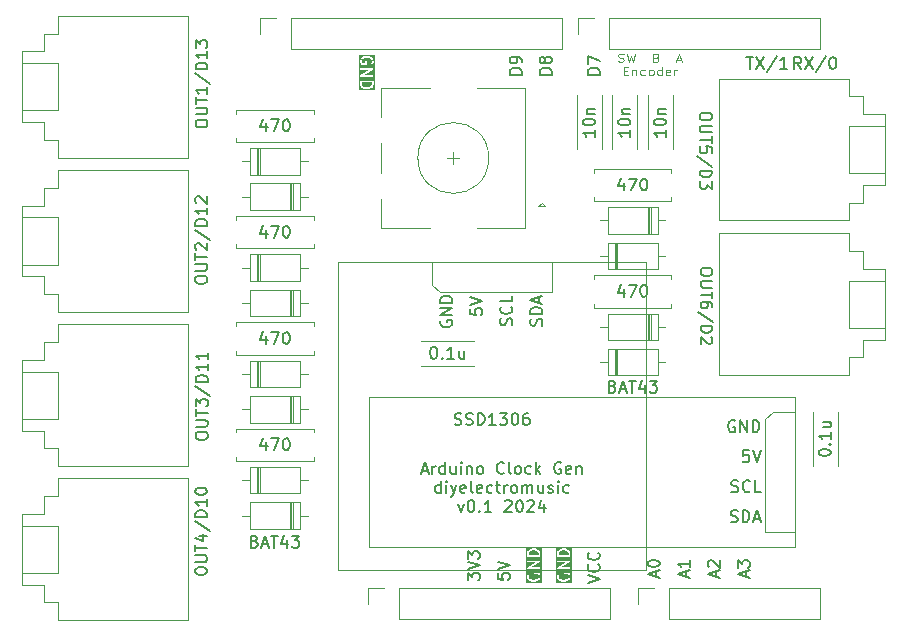
<source format=gbr>
%TF.GenerationSoftware,KiCad,Pcbnew,8.0.5*%
%TF.CreationDate,2024-10-10T20:00:25+01:00*%
%TF.ProjectId,ArduinoClockGenShield,41726475-696e-46f4-936c-6f636b47656e,rev?*%
%TF.SameCoordinates,Original*%
%TF.FileFunction,Legend,Top*%
%TF.FilePolarity,Positive*%
%FSLAX46Y46*%
G04 Gerber Fmt 4.6, Leading zero omitted, Abs format (unit mm)*
G04 Created by KiCad (PCBNEW 8.0.5) date 2024-10-10 20:00:25*
%MOMM*%
%LPD*%
G01*
G04 APERTURE LIST*
%ADD10C,0.150000*%
%ADD11C,0.100000*%
%ADD12C,0.120000*%
G04 APERTURE END LIST*
D10*
X145174819Y-95706077D02*
X146174819Y-95372744D01*
X146174819Y-95372744D02*
X145174819Y-95039411D01*
X146079580Y-94134649D02*
X146127200Y-94182268D01*
X146127200Y-94182268D02*
X146174819Y-94325125D01*
X146174819Y-94325125D02*
X146174819Y-94420363D01*
X146174819Y-94420363D02*
X146127200Y-94563220D01*
X146127200Y-94563220D02*
X146031961Y-94658458D01*
X146031961Y-94658458D02*
X145936723Y-94706077D01*
X145936723Y-94706077D02*
X145746247Y-94753696D01*
X145746247Y-94753696D02*
X145603390Y-94753696D01*
X145603390Y-94753696D02*
X145412914Y-94706077D01*
X145412914Y-94706077D02*
X145317676Y-94658458D01*
X145317676Y-94658458D02*
X145222438Y-94563220D01*
X145222438Y-94563220D02*
X145174819Y-94420363D01*
X145174819Y-94420363D02*
X145174819Y-94325125D01*
X145174819Y-94325125D02*
X145222438Y-94182268D01*
X145222438Y-94182268D02*
X145270057Y-94134649D01*
X146079580Y-93134649D02*
X146127200Y-93182268D01*
X146127200Y-93182268D02*
X146174819Y-93325125D01*
X146174819Y-93325125D02*
X146174819Y-93420363D01*
X146174819Y-93420363D02*
X146127200Y-93563220D01*
X146127200Y-93563220D02*
X146031961Y-93658458D01*
X146031961Y-93658458D02*
X145936723Y-93706077D01*
X145936723Y-93706077D02*
X145746247Y-93753696D01*
X145746247Y-93753696D02*
X145603390Y-93753696D01*
X145603390Y-93753696D02*
X145412914Y-93706077D01*
X145412914Y-93706077D02*
X145317676Y-93658458D01*
X145317676Y-93658458D02*
X145222438Y-93563220D01*
X145222438Y-93563220D02*
X145174819Y-93420363D01*
X145174819Y-93420363D02*
X145174819Y-93325125D01*
X145174819Y-93325125D02*
X145222438Y-93182268D01*
X145222438Y-93182268D02*
X145270057Y-93134649D01*
G36*
X143370547Y-92962556D02*
G01*
X143447534Y-93001050D01*
X143521648Y-93075163D01*
X143559819Y-93189676D01*
X143559819Y-93340601D01*
X142709819Y-93340601D01*
X142709819Y-93189676D01*
X142747990Y-93075162D01*
X142822103Y-93001050D01*
X142899090Y-92962556D01*
X143072624Y-92919173D01*
X143197013Y-92919173D01*
X143370547Y-92962556D01*
G37*
G36*
X143820930Y-95696950D02*
G01*
X142448708Y-95696950D01*
X142448708Y-95034649D01*
X142559819Y-95034649D01*
X142559819Y-95177506D01*
X142560548Y-95184911D01*
X142560408Y-95186886D01*
X142560998Y-95189483D01*
X142561260Y-95192138D01*
X142562018Y-95193969D01*
X142563668Y-95201223D01*
X142611287Y-95344080D01*
X142617281Y-95357505D01*
X142619046Y-95359540D01*
X142620078Y-95362031D01*
X142629405Y-95373396D01*
X142724643Y-95468634D01*
X142730393Y-95473354D01*
X142731692Y-95474851D01*
X142733946Y-95476270D01*
X142736008Y-95477962D01*
X142737840Y-95478720D01*
X142744135Y-95482683D01*
X142839373Y-95530302D01*
X142840442Y-95530711D01*
X142840878Y-95531034D01*
X142847014Y-95533226D01*
X142853104Y-95535557D01*
X142853644Y-95535595D01*
X142854724Y-95535981D01*
X143045200Y-95583600D01*
X143047736Y-95583975D01*
X143048758Y-95584398D01*
X143054270Y-95584940D01*
X143059744Y-95585750D01*
X143060836Y-95585587D01*
X143063390Y-95585839D01*
X143206247Y-95585839D01*
X143208800Y-95585587D01*
X143209893Y-95585750D01*
X143215366Y-95584940D01*
X143220879Y-95584398D01*
X143221900Y-95583975D01*
X143224437Y-95583600D01*
X143414913Y-95535981D01*
X143415992Y-95535595D01*
X143416532Y-95535557D01*
X143422613Y-95533229D01*
X143428759Y-95531034D01*
X143429194Y-95530711D01*
X143430264Y-95530302D01*
X143525502Y-95482683D01*
X143531798Y-95478719D01*
X143533628Y-95477962D01*
X143535686Y-95476272D01*
X143537945Y-95474851D01*
X143539244Y-95473352D01*
X143544994Y-95468634D01*
X143640233Y-95373396D01*
X143649561Y-95362031D01*
X143650592Y-95359540D01*
X143652357Y-95357506D01*
X143658351Y-95344080D01*
X143705970Y-95201224D01*
X143707619Y-95193968D01*
X143708378Y-95192138D01*
X143708639Y-95189484D01*
X143709230Y-95186887D01*
X143709089Y-95184912D01*
X143709819Y-95177506D01*
X143709819Y-95082268D01*
X143709089Y-95074861D01*
X143709230Y-95072887D01*
X143708639Y-95070289D01*
X143708378Y-95067636D01*
X143707619Y-95065805D01*
X143705970Y-95058550D01*
X143658351Y-94915694D01*
X143652357Y-94902268D01*
X143650590Y-94900231D01*
X143649560Y-94897743D01*
X143640232Y-94886377D01*
X143592612Y-94838758D01*
X143581247Y-94829431D01*
X143565410Y-94822871D01*
X143554212Y-94818233D01*
X143539580Y-94816792D01*
X143206247Y-94816792D01*
X143191615Y-94818233D01*
X143164579Y-94829432D01*
X143143887Y-94850124D01*
X143132688Y-94877160D01*
X143131247Y-94891792D01*
X143131247Y-95082268D01*
X143132688Y-95096900D01*
X143143887Y-95123936D01*
X143164579Y-95144628D01*
X143191615Y-95155827D01*
X143220879Y-95155827D01*
X143247915Y-95144628D01*
X143268607Y-95123936D01*
X143279806Y-95096900D01*
X143281247Y-95082268D01*
X143281247Y-94966792D01*
X143508514Y-94966792D01*
X143521648Y-94979925D01*
X143559819Y-95094438D01*
X143559819Y-95165336D01*
X143521648Y-95279848D01*
X143447534Y-95353961D01*
X143370547Y-95392455D01*
X143197013Y-95435839D01*
X143072624Y-95435839D01*
X142899090Y-95392455D01*
X142822103Y-95353962D01*
X142747990Y-95279849D01*
X142709819Y-95165335D01*
X142709819Y-95052354D01*
X142749520Y-94972952D01*
X142754775Y-94959221D01*
X142756849Y-94930031D01*
X142747595Y-94902269D01*
X142728422Y-94880162D01*
X142702247Y-94867074D01*
X142673057Y-94865000D01*
X142645296Y-94874254D01*
X142623188Y-94893427D01*
X142615356Y-94905870D01*
X142567737Y-95001108D01*
X142562482Y-95014840D01*
X142562291Y-95017527D01*
X142561260Y-95020017D01*
X142559819Y-95034649D01*
X142448708Y-95034649D01*
X142448708Y-94457981D01*
X142560002Y-94457981D01*
X142561260Y-94467877D01*
X142561260Y-94477852D01*
X142563089Y-94482267D01*
X142563692Y-94487011D01*
X142568642Y-94495675D01*
X142572459Y-94504888D01*
X142575837Y-94508266D01*
X142578211Y-94512420D01*
X142586100Y-94518529D01*
X142593151Y-94525580D01*
X142597567Y-94527409D01*
X142601348Y-94530337D01*
X142610971Y-94532961D01*
X142620187Y-94536779D01*
X142627669Y-94537515D01*
X142629580Y-94538037D01*
X142631055Y-94537849D01*
X142634819Y-94538220D01*
X143634819Y-94538220D01*
X143649451Y-94536779D01*
X143676487Y-94525580D01*
X143697179Y-94504888D01*
X143708378Y-94477852D01*
X143708378Y-94448588D01*
X143697179Y-94421552D01*
X143676487Y-94400860D01*
X143649451Y-94389661D01*
X143634819Y-94388220D01*
X142917236Y-94388220D01*
X143672030Y-93956910D01*
X143675114Y-93954720D01*
X143676487Y-93954152D01*
X143677884Y-93952754D01*
X143684019Y-93948400D01*
X143690127Y-93940511D01*
X143697179Y-93933460D01*
X143699009Y-93929041D01*
X143701936Y-93925262D01*
X143704560Y-93915640D01*
X143708378Y-93906424D01*
X143708378Y-93901643D01*
X143709636Y-93897031D01*
X143708378Y-93887134D01*
X143708378Y-93877160D01*
X143706548Y-93872744D01*
X143705946Y-93868001D01*
X143700995Y-93859336D01*
X143697179Y-93850124D01*
X143693800Y-93846745D01*
X143691427Y-93842592D01*
X143683537Y-93836482D01*
X143676487Y-93829432D01*
X143672070Y-93827602D01*
X143668290Y-93824675D01*
X143658666Y-93822050D01*
X143649451Y-93818233D01*
X143641968Y-93817496D01*
X143640058Y-93816975D01*
X143638582Y-93817162D01*
X143634819Y-93816792D01*
X142634819Y-93816792D01*
X142620187Y-93818233D01*
X142593151Y-93829432D01*
X142572459Y-93850124D01*
X142561260Y-93877160D01*
X142561260Y-93906424D01*
X142572459Y-93933460D01*
X142593151Y-93954152D01*
X142620187Y-93965351D01*
X142634819Y-93966792D01*
X143352402Y-93966792D01*
X142597609Y-94398102D01*
X142594525Y-94400290D01*
X142593151Y-94400860D01*
X142591751Y-94402259D01*
X142585619Y-94406612D01*
X142579509Y-94414501D01*
X142572459Y-94421552D01*
X142570629Y-94425968D01*
X142567702Y-94429749D01*
X142565077Y-94439372D01*
X142561260Y-94448588D01*
X142561260Y-94453368D01*
X142560002Y-94457981D01*
X142448708Y-94457981D01*
X142448708Y-93177506D01*
X142559819Y-93177506D01*
X142559819Y-93415601D01*
X142561260Y-93430233D01*
X142572459Y-93457269D01*
X142593151Y-93477961D01*
X142620187Y-93489160D01*
X142634819Y-93490601D01*
X143634819Y-93490601D01*
X143649451Y-93489160D01*
X143676487Y-93477961D01*
X143697179Y-93457269D01*
X143708378Y-93430233D01*
X143709819Y-93415601D01*
X143709819Y-93177506D01*
X143709089Y-93170099D01*
X143709230Y-93168125D01*
X143708639Y-93165527D01*
X143708378Y-93162874D01*
X143707619Y-93161043D01*
X143705970Y-93153788D01*
X143658351Y-93010932D01*
X143652357Y-92997506D01*
X143650592Y-92995471D01*
X143649561Y-92992981D01*
X143640233Y-92981616D01*
X143544994Y-92886378D01*
X143539244Y-92881659D01*
X143537945Y-92880161D01*
X143535686Y-92878739D01*
X143533628Y-92877050D01*
X143531798Y-92876292D01*
X143525502Y-92872329D01*
X143430264Y-92824710D01*
X143429194Y-92824300D01*
X143428759Y-92823978D01*
X143422613Y-92821782D01*
X143416532Y-92819455D01*
X143415992Y-92819416D01*
X143414913Y-92819031D01*
X143224437Y-92771412D01*
X143221900Y-92771036D01*
X143220879Y-92770614D01*
X143215366Y-92770071D01*
X143209893Y-92769262D01*
X143208800Y-92769424D01*
X143206247Y-92769173D01*
X143063390Y-92769173D01*
X143060836Y-92769424D01*
X143059744Y-92769262D01*
X143054270Y-92770071D01*
X143048758Y-92770614D01*
X143047736Y-92771036D01*
X143045200Y-92771412D01*
X142854724Y-92819031D01*
X142853644Y-92819416D01*
X142853104Y-92819455D01*
X142847014Y-92821785D01*
X142840878Y-92823978D01*
X142840442Y-92824300D01*
X142839373Y-92824710D01*
X142744135Y-92872329D01*
X142737840Y-92876291D01*
X142736008Y-92877050D01*
X142733946Y-92878741D01*
X142731692Y-92880161D01*
X142730393Y-92881657D01*
X142724643Y-92886378D01*
X142629405Y-92981616D01*
X142620078Y-92992981D01*
X142619046Y-92995471D01*
X142617281Y-92997507D01*
X142611287Y-93010932D01*
X142563668Y-93153789D01*
X142562018Y-93161042D01*
X142561260Y-93162874D01*
X142560998Y-93165528D01*
X142560408Y-93168126D01*
X142560548Y-93170100D01*
X142559819Y-93177506D01*
X142448708Y-93177506D01*
X142448708Y-92658062D01*
X143820930Y-92658062D01*
X143820930Y-95696950D01*
G37*
X157282268Y-90501200D02*
X157425125Y-90548819D01*
X157425125Y-90548819D02*
X157663220Y-90548819D01*
X157663220Y-90548819D02*
X157758458Y-90501200D01*
X157758458Y-90501200D02*
X157806077Y-90453580D01*
X157806077Y-90453580D02*
X157853696Y-90358342D01*
X157853696Y-90358342D02*
X157853696Y-90263104D01*
X157853696Y-90263104D02*
X157806077Y-90167866D01*
X157806077Y-90167866D02*
X157758458Y-90120247D01*
X157758458Y-90120247D02*
X157663220Y-90072628D01*
X157663220Y-90072628D02*
X157472744Y-90025009D01*
X157472744Y-90025009D02*
X157377506Y-89977390D01*
X157377506Y-89977390D02*
X157329887Y-89929771D01*
X157329887Y-89929771D02*
X157282268Y-89834533D01*
X157282268Y-89834533D02*
X157282268Y-89739295D01*
X157282268Y-89739295D02*
X157329887Y-89644057D01*
X157329887Y-89644057D02*
X157377506Y-89596438D01*
X157377506Y-89596438D02*
X157472744Y-89548819D01*
X157472744Y-89548819D02*
X157710839Y-89548819D01*
X157710839Y-89548819D02*
X157853696Y-89596438D01*
X158282268Y-90548819D02*
X158282268Y-89548819D01*
X158282268Y-89548819D02*
X158520363Y-89548819D01*
X158520363Y-89548819D02*
X158663220Y-89596438D01*
X158663220Y-89596438D02*
X158758458Y-89691676D01*
X158758458Y-89691676D02*
X158806077Y-89786914D01*
X158806077Y-89786914D02*
X158853696Y-89977390D01*
X158853696Y-89977390D02*
X158853696Y-90120247D01*
X158853696Y-90120247D02*
X158806077Y-90310723D01*
X158806077Y-90310723D02*
X158758458Y-90405961D01*
X158758458Y-90405961D02*
X158663220Y-90501200D01*
X158663220Y-90501200D02*
X158520363Y-90548819D01*
X158520363Y-90548819D02*
X158282268Y-90548819D01*
X159234649Y-90263104D02*
X159710839Y-90263104D01*
X159139411Y-90548819D02*
X159472744Y-89548819D01*
X159472744Y-89548819D02*
X159806077Y-90548819D01*
X153509104Y-95210839D02*
X153509104Y-94734649D01*
X153794819Y-95306077D02*
X152794819Y-94972744D01*
X152794819Y-94972744D02*
X153794819Y-94639411D01*
X153794819Y-93782268D02*
X153794819Y-94353696D01*
X153794819Y-94067982D02*
X152794819Y-94067982D01*
X152794819Y-94067982D02*
X152937676Y-94163220D01*
X152937676Y-94163220D02*
X153032914Y-94258458D01*
X153032914Y-94258458D02*
X153080533Y-94353696D01*
X137554819Y-94887030D02*
X137554819Y-95363220D01*
X137554819Y-95363220D02*
X138031009Y-95410839D01*
X138031009Y-95410839D02*
X137983390Y-95363220D01*
X137983390Y-95363220D02*
X137935771Y-95267982D01*
X137935771Y-95267982D02*
X137935771Y-95029887D01*
X137935771Y-95029887D02*
X137983390Y-94934649D01*
X137983390Y-94934649D02*
X138031009Y-94887030D01*
X138031009Y-94887030D02*
X138126247Y-94839411D01*
X138126247Y-94839411D02*
X138364342Y-94839411D01*
X138364342Y-94839411D02*
X138459580Y-94887030D01*
X138459580Y-94887030D02*
X138507200Y-94934649D01*
X138507200Y-94934649D02*
X138554819Y-95029887D01*
X138554819Y-95029887D02*
X138554819Y-95267982D01*
X138554819Y-95267982D02*
X138507200Y-95363220D01*
X138507200Y-95363220D02*
X138459580Y-95410839D01*
X137554819Y-94553696D02*
X138554819Y-94220363D01*
X138554819Y-94220363D02*
X137554819Y-93887030D01*
X135234819Y-72493922D02*
X135234819Y-72970112D01*
X135234819Y-72970112D02*
X135711009Y-73017731D01*
X135711009Y-73017731D02*
X135663390Y-72970112D01*
X135663390Y-72970112D02*
X135615771Y-72874874D01*
X135615771Y-72874874D02*
X135615771Y-72636779D01*
X135615771Y-72636779D02*
X135663390Y-72541541D01*
X135663390Y-72541541D02*
X135711009Y-72493922D01*
X135711009Y-72493922D02*
X135806247Y-72446303D01*
X135806247Y-72446303D02*
X136044342Y-72446303D01*
X136044342Y-72446303D02*
X136139580Y-72493922D01*
X136139580Y-72493922D02*
X136187200Y-72541541D01*
X136187200Y-72541541D02*
X136234819Y-72636779D01*
X136234819Y-72636779D02*
X136234819Y-72874874D01*
X136234819Y-72874874D02*
X136187200Y-72970112D01*
X136187200Y-72970112D02*
X136139580Y-73017731D01*
X135234819Y-72160588D02*
X136234819Y-71827255D01*
X136234819Y-71827255D02*
X135234819Y-71493922D01*
X142110819Y-52663220D02*
X141110819Y-52663220D01*
X141110819Y-52663220D02*
X141110819Y-52425125D01*
X141110819Y-52425125D02*
X141158438Y-52282268D01*
X141158438Y-52282268D02*
X141253676Y-52187030D01*
X141253676Y-52187030D02*
X141348914Y-52139411D01*
X141348914Y-52139411D02*
X141539390Y-52091792D01*
X141539390Y-52091792D02*
X141682247Y-52091792D01*
X141682247Y-52091792D02*
X141872723Y-52139411D01*
X141872723Y-52139411D02*
X141967961Y-52187030D01*
X141967961Y-52187030D02*
X142063200Y-52282268D01*
X142063200Y-52282268D02*
X142110819Y-52425125D01*
X142110819Y-52425125D02*
X142110819Y-52663220D01*
X141539390Y-51520363D02*
X141491771Y-51615601D01*
X141491771Y-51615601D02*
X141444152Y-51663220D01*
X141444152Y-51663220D02*
X141348914Y-51710839D01*
X141348914Y-51710839D02*
X141301295Y-51710839D01*
X141301295Y-51710839D02*
X141206057Y-51663220D01*
X141206057Y-51663220D02*
X141158438Y-51615601D01*
X141158438Y-51615601D02*
X141110819Y-51520363D01*
X141110819Y-51520363D02*
X141110819Y-51329887D01*
X141110819Y-51329887D02*
X141158438Y-51234649D01*
X141158438Y-51234649D02*
X141206057Y-51187030D01*
X141206057Y-51187030D02*
X141301295Y-51139411D01*
X141301295Y-51139411D02*
X141348914Y-51139411D01*
X141348914Y-51139411D02*
X141444152Y-51187030D01*
X141444152Y-51187030D02*
X141491771Y-51234649D01*
X141491771Y-51234649D02*
X141539390Y-51329887D01*
X141539390Y-51329887D02*
X141539390Y-51520363D01*
X141539390Y-51520363D02*
X141587009Y-51615601D01*
X141587009Y-51615601D02*
X141634628Y-51663220D01*
X141634628Y-51663220D02*
X141729866Y-51710839D01*
X141729866Y-51710839D02*
X141920342Y-51710839D01*
X141920342Y-51710839D02*
X142015580Y-51663220D01*
X142015580Y-51663220D02*
X142063200Y-51615601D01*
X142063200Y-51615601D02*
X142110819Y-51520363D01*
X142110819Y-51520363D02*
X142110819Y-51329887D01*
X142110819Y-51329887D02*
X142063200Y-51234649D01*
X142063200Y-51234649D02*
X142015580Y-51187030D01*
X142015580Y-51187030D02*
X141920342Y-51139411D01*
X141920342Y-51139411D02*
X141729866Y-51139411D01*
X141729866Y-51139411D02*
X141634628Y-51187030D01*
X141634628Y-51187030D02*
X141587009Y-51234649D01*
X141587009Y-51234649D02*
X141539390Y-51329887D01*
X157329887Y-87961200D02*
X157472744Y-88008819D01*
X157472744Y-88008819D02*
X157710839Y-88008819D01*
X157710839Y-88008819D02*
X157806077Y-87961200D01*
X157806077Y-87961200D02*
X157853696Y-87913580D01*
X157853696Y-87913580D02*
X157901315Y-87818342D01*
X157901315Y-87818342D02*
X157901315Y-87723104D01*
X157901315Y-87723104D02*
X157853696Y-87627866D01*
X157853696Y-87627866D02*
X157806077Y-87580247D01*
X157806077Y-87580247D02*
X157710839Y-87532628D01*
X157710839Y-87532628D02*
X157520363Y-87485009D01*
X157520363Y-87485009D02*
X157425125Y-87437390D01*
X157425125Y-87437390D02*
X157377506Y-87389771D01*
X157377506Y-87389771D02*
X157329887Y-87294533D01*
X157329887Y-87294533D02*
X157329887Y-87199295D01*
X157329887Y-87199295D02*
X157377506Y-87104057D01*
X157377506Y-87104057D02*
X157425125Y-87056438D01*
X157425125Y-87056438D02*
X157520363Y-87008819D01*
X157520363Y-87008819D02*
X157758458Y-87008819D01*
X157758458Y-87008819D02*
X157901315Y-87056438D01*
X158901315Y-87913580D02*
X158853696Y-87961200D01*
X158853696Y-87961200D02*
X158710839Y-88008819D01*
X158710839Y-88008819D02*
X158615601Y-88008819D01*
X158615601Y-88008819D02*
X158472744Y-87961200D01*
X158472744Y-87961200D02*
X158377506Y-87865961D01*
X158377506Y-87865961D02*
X158329887Y-87770723D01*
X158329887Y-87770723D02*
X158282268Y-87580247D01*
X158282268Y-87580247D02*
X158282268Y-87437390D01*
X158282268Y-87437390D02*
X158329887Y-87246914D01*
X158329887Y-87246914D02*
X158377506Y-87151676D01*
X158377506Y-87151676D02*
X158472744Y-87056438D01*
X158472744Y-87056438D02*
X158615601Y-87008819D01*
X158615601Y-87008819D02*
X158710839Y-87008819D01*
X158710839Y-87008819D02*
X158853696Y-87056438D01*
X158853696Y-87056438D02*
X158901315Y-87104057D01*
X159806077Y-88008819D02*
X159329887Y-88008819D01*
X159329887Y-88008819D02*
X159329887Y-87008819D01*
X135014819Y-95458458D02*
X135014819Y-94839411D01*
X135014819Y-94839411D02*
X135395771Y-95172744D01*
X135395771Y-95172744D02*
X135395771Y-95029887D01*
X135395771Y-95029887D02*
X135443390Y-94934649D01*
X135443390Y-94934649D02*
X135491009Y-94887030D01*
X135491009Y-94887030D02*
X135586247Y-94839411D01*
X135586247Y-94839411D02*
X135824342Y-94839411D01*
X135824342Y-94839411D02*
X135919580Y-94887030D01*
X135919580Y-94887030D02*
X135967200Y-94934649D01*
X135967200Y-94934649D02*
X136014819Y-95029887D01*
X136014819Y-95029887D02*
X136014819Y-95315601D01*
X136014819Y-95315601D02*
X135967200Y-95410839D01*
X135967200Y-95410839D02*
X135919580Y-95458458D01*
X135014819Y-94553696D02*
X136014819Y-94220363D01*
X136014819Y-94220363D02*
X135014819Y-93887030D01*
X135014819Y-93648934D02*
X135014819Y-93029887D01*
X135014819Y-93029887D02*
X135395771Y-93363220D01*
X135395771Y-93363220D02*
X135395771Y-93220363D01*
X135395771Y-93220363D02*
X135443390Y-93125125D01*
X135443390Y-93125125D02*
X135491009Y-93077506D01*
X135491009Y-93077506D02*
X135586247Y-93029887D01*
X135586247Y-93029887D02*
X135824342Y-93029887D01*
X135824342Y-93029887D02*
X135919580Y-93077506D01*
X135919580Y-93077506D02*
X135967200Y-93125125D01*
X135967200Y-93125125D02*
X136014819Y-93220363D01*
X136014819Y-93220363D02*
X136014819Y-93506077D01*
X136014819Y-93506077D02*
X135967200Y-93601315D01*
X135967200Y-93601315D02*
X135919580Y-93648934D01*
G36*
X126886180Y-53470323D02*
G01*
X126848009Y-53584836D01*
X126773896Y-53658949D01*
X126696909Y-53697442D01*
X126523375Y-53740826D01*
X126398986Y-53740826D01*
X126225452Y-53697442D01*
X126148465Y-53658949D01*
X126074351Y-53584835D01*
X126036180Y-53470321D01*
X126036180Y-53319398D01*
X126886180Y-53319398D01*
X126886180Y-53470323D01*
G37*
G36*
X127147291Y-54001937D02*
G01*
X125775069Y-54001937D01*
X125775069Y-53244398D01*
X125886180Y-53244398D01*
X125886180Y-53482493D01*
X125886909Y-53489898D01*
X125886769Y-53491874D01*
X125887359Y-53494471D01*
X125887621Y-53497125D01*
X125888379Y-53498955D01*
X125890029Y-53506211D01*
X125937649Y-53649068D01*
X125943643Y-53662493D01*
X125945409Y-53664529D01*
X125946440Y-53667018D01*
X125955767Y-53678383D01*
X126051005Y-53773621D01*
X126056755Y-53778341D01*
X126058054Y-53779838D01*
X126060308Y-53781257D01*
X126062370Y-53782949D01*
X126064202Y-53783707D01*
X126070497Y-53787670D01*
X126165735Y-53835289D01*
X126166804Y-53835698D01*
X126167240Y-53836021D01*
X126173376Y-53838213D01*
X126179466Y-53840544D01*
X126180006Y-53840582D01*
X126181086Y-53840968D01*
X126371562Y-53888587D01*
X126374098Y-53888962D01*
X126375120Y-53889385D01*
X126380632Y-53889927D01*
X126386106Y-53890737D01*
X126387198Y-53890574D01*
X126389752Y-53890826D01*
X126532609Y-53890826D01*
X126535162Y-53890574D01*
X126536255Y-53890737D01*
X126541728Y-53889927D01*
X126547241Y-53889385D01*
X126548262Y-53888962D01*
X126550799Y-53888587D01*
X126741275Y-53840968D01*
X126742354Y-53840582D01*
X126742894Y-53840544D01*
X126748975Y-53838216D01*
X126755121Y-53836021D01*
X126755556Y-53835698D01*
X126756626Y-53835289D01*
X126851864Y-53787670D01*
X126858163Y-53783705D01*
X126859991Y-53782948D01*
X126862047Y-53781259D01*
X126864307Y-53779838D01*
X126865606Y-53778339D01*
X126871356Y-53773621D01*
X126966594Y-53678383D01*
X126975922Y-53667018D01*
X126976953Y-53664527D01*
X126978718Y-53662493D01*
X126984712Y-53649067D01*
X127032331Y-53506211D01*
X127033980Y-53498955D01*
X127034739Y-53497125D01*
X127035000Y-53494471D01*
X127035591Y-53491874D01*
X127035450Y-53489899D01*
X127036180Y-53482493D01*
X127036180Y-53244398D01*
X127034739Y-53229766D01*
X127023540Y-53202730D01*
X127002848Y-53182038D01*
X126975812Y-53170839D01*
X126961180Y-53169398D01*
X125961180Y-53169398D01*
X125946548Y-53170839D01*
X125919512Y-53182038D01*
X125898820Y-53202730D01*
X125887621Y-53229766D01*
X125886180Y-53244398D01*
X125775069Y-53244398D01*
X125775069Y-52762968D01*
X125886363Y-52762968D01*
X125887621Y-52772864D01*
X125887621Y-52782839D01*
X125889450Y-52787254D01*
X125890053Y-52791998D01*
X125895003Y-52800662D01*
X125898820Y-52809875D01*
X125902198Y-52813253D01*
X125904572Y-52817407D01*
X125912461Y-52823516D01*
X125919512Y-52830567D01*
X125923928Y-52832396D01*
X125927709Y-52835324D01*
X125937332Y-52837948D01*
X125946548Y-52841766D01*
X125954030Y-52842502D01*
X125955941Y-52843024D01*
X125957416Y-52842836D01*
X125961180Y-52843207D01*
X126961180Y-52843207D01*
X126975812Y-52841766D01*
X127002848Y-52830567D01*
X127023540Y-52809875D01*
X127034739Y-52782839D01*
X127034739Y-52753575D01*
X127023540Y-52726539D01*
X127002848Y-52705847D01*
X126975812Y-52694648D01*
X126961180Y-52693207D01*
X126243597Y-52693207D01*
X126998391Y-52261897D01*
X127001475Y-52259707D01*
X127002848Y-52259139D01*
X127004245Y-52257741D01*
X127010380Y-52253387D01*
X127016488Y-52245498D01*
X127023540Y-52238447D01*
X127025370Y-52234028D01*
X127028297Y-52230249D01*
X127030921Y-52220627D01*
X127034739Y-52211411D01*
X127034739Y-52206630D01*
X127035997Y-52202018D01*
X127034739Y-52192121D01*
X127034739Y-52182147D01*
X127032909Y-52177731D01*
X127032307Y-52172988D01*
X127027356Y-52164323D01*
X127023540Y-52155111D01*
X127020161Y-52151732D01*
X127017788Y-52147579D01*
X127009898Y-52141469D01*
X127002848Y-52134419D01*
X126998431Y-52132589D01*
X126994651Y-52129662D01*
X126985027Y-52127037D01*
X126975812Y-52123220D01*
X126968329Y-52122483D01*
X126966419Y-52121962D01*
X126964943Y-52122149D01*
X126961180Y-52121779D01*
X125961180Y-52121779D01*
X125946548Y-52123220D01*
X125919512Y-52134419D01*
X125898820Y-52155111D01*
X125887621Y-52182147D01*
X125887621Y-52211411D01*
X125898820Y-52238447D01*
X125919512Y-52259139D01*
X125946548Y-52270338D01*
X125961180Y-52271779D01*
X126678763Y-52271779D01*
X125923970Y-52703089D01*
X125920886Y-52705277D01*
X125919512Y-52705847D01*
X125918112Y-52707246D01*
X125911980Y-52711599D01*
X125905870Y-52719488D01*
X125898820Y-52726539D01*
X125896990Y-52730955D01*
X125894063Y-52734736D01*
X125891438Y-52744359D01*
X125887621Y-52753575D01*
X125887621Y-52758355D01*
X125886363Y-52762968D01*
X125775069Y-52762968D01*
X125775069Y-51482493D01*
X125886180Y-51482493D01*
X125886180Y-51577731D01*
X125886909Y-51585136D01*
X125886769Y-51587112D01*
X125887359Y-51589709D01*
X125887621Y-51592363D01*
X125888379Y-51594193D01*
X125890029Y-51601449D01*
X125937649Y-51744306D01*
X125943643Y-51757731D01*
X125945409Y-51759767D01*
X125946440Y-51762256D01*
X125955767Y-51773621D01*
X126003386Y-51821240D01*
X126014751Y-51830567D01*
X126041787Y-51841766D01*
X126056419Y-51843207D01*
X126389752Y-51843207D01*
X126404384Y-51841766D01*
X126431420Y-51830567D01*
X126452112Y-51809875D01*
X126463311Y-51782839D01*
X126463311Y-51782838D01*
X126464752Y-51768207D01*
X126464752Y-51577731D01*
X126463311Y-51563099D01*
X126452112Y-51536063D01*
X126431420Y-51515371D01*
X126404384Y-51504172D01*
X126375120Y-51504172D01*
X126348084Y-51515371D01*
X126327392Y-51536063D01*
X126316193Y-51563099D01*
X126314752Y-51577731D01*
X126314752Y-51693207D01*
X126087485Y-51693207D01*
X126074351Y-51680073D01*
X126036180Y-51565559D01*
X126036180Y-51494664D01*
X126074351Y-51380150D01*
X126148465Y-51306037D01*
X126225452Y-51267543D01*
X126398986Y-51224160D01*
X126523375Y-51224160D01*
X126696909Y-51267543D01*
X126773896Y-51306037D01*
X126848009Y-51380150D01*
X126886180Y-51494663D01*
X126886180Y-51607645D01*
X126846479Y-51687047D01*
X126841224Y-51700779D01*
X126839150Y-51729969D01*
X126848404Y-51757730D01*
X126867577Y-51779838D01*
X126893752Y-51792925D01*
X126922942Y-51794999D01*
X126950703Y-51785745D01*
X126972811Y-51766572D01*
X126980643Y-51754129D01*
X127028262Y-51658891D01*
X127033517Y-51645160D01*
X127033708Y-51642470D01*
X127034739Y-51639982D01*
X127036180Y-51625350D01*
X127036180Y-51482493D01*
X127035450Y-51475086D01*
X127035591Y-51473112D01*
X127035000Y-51470514D01*
X127034739Y-51467861D01*
X127033980Y-51466030D01*
X127032331Y-51458775D01*
X126984712Y-51315919D01*
X126978718Y-51302493D01*
X126976953Y-51300458D01*
X126975922Y-51297968D01*
X126966594Y-51286603D01*
X126871356Y-51191365D01*
X126865606Y-51186646D01*
X126864307Y-51185148D01*
X126862047Y-51183726D01*
X126859991Y-51182038D01*
X126858163Y-51181280D01*
X126851864Y-51177316D01*
X126756626Y-51129697D01*
X126755556Y-51129287D01*
X126755121Y-51128965D01*
X126748975Y-51126769D01*
X126742894Y-51124442D01*
X126742354Y-51124403D01*
X126741275Y-51124018D01*
X126550799Y-51076399D01*
X126548262Y-51076023D01*
X126547241Y-51075601D01*
X126541728Y-51075058D01*
X126536255Y-51074249D01*
X126535162Y-51074411D01*
X126532609Y-51074160D01*
X126389752Y-51074160D01*
X126387198Y-51074411D01*
X126386106Y-51074249D01*
X126380632Y-51075058D01*
X126375120Y-51075601D01*
X126374098Y-51076023D01*
X126371562Y-51076399D01*
X126181086Y-51124018D01*
X126180006Y-51124403D01*
X126179466Y-51124442D01*
X126173376Y-51126772D01*
X126167240Y-51128965D01*
X126166804Y-51129287D01*
X126165735Y-51129697D01*
X126070497Y-51177316D01*
X126064202Y-51181278D01*
X126062370Y-51182037D01*
X126060308Y-51183728D01*
X126058054Y-51185148D01*
X126056755Y-51186644D01*
X126051005Y-51191365D01*
X125955767Y-51286603D01*
X125946440Y-51297968D01*
X125945409Y-51300456D01*
X125943643Y-51302493D01*
X125937649Y-51315918D01*
X125890029Y-51458775D01*
X125888379Y-51466030D01*
X125887621Y-51467861D01*
X125887359Y-51470514D01*
X125886769Y-51473112D01*
X125886909Y-51475087D01*
X125886180Y-51482493D01*
X125775069Y-51482493D01*
X125775069Y-50963049D01*
X127147291Y-50963049D01*
X127147291Y-54001937D01*
G37*
X139570819Y-52663220D02*
X138570819Y-52663220D01*
X138570819Y-52663220D02*
X138570819Y-52425125D01*
X138570819Y-52425125D02*
X138618438Y-52282268D01*
X138618438Y-52282268D02*
X138713676Y-52187030D01*
X138713676Y-52187030D02*
X138808914Y-52139411D01*
X138808914Y-52139411D02*
X138999390Y-52091792D01*
X138999390Y-52091792D02*
X139142247Y-52091792D01*
X139142247Y-52091792D02*
X139332723Y-52139411D01*
X139332723Y-52139411D02*
X139427961Y-52187030D01*
X139427961Y-52187030D02*
X139523200Y-52282268D01*
X139523200Y-52282268D02*
X139570819Y-52425125D01*
X139570819Y-52425125D02*
X139570819Y-52663220D01*
X139570819Y-51615601D02*
X139570819Y-51425125D01*
X139570819Y-51425125D02*
X139523200Y-51329887D01*
X139523200Y-51329887D02*
X139475580Y-51282268D01*
X139475580Y-51282268D02*
X139332723Y-51187030D01*
X139332723Y-51187030D02*
X139142247Y-51139411D01*
X139142247Y-51139411D02*
X138761295Y-51139411D01*
X138761295Y-51139411D02*
X138666057Y-51187030D01*
X138666057Y-51187030D02*
X138618438Y-51234649D01*
X138618438Y-51234649D02*
X138570819Y-51329887D01*
X138570819Y-51329887D02*
X138570819Y-51520363D01*
X138570819Y-51520363D02*
X138618438Y-51615601D01*
X138618438Y-51615601D02*
X138666057Y-51663220D01*
X138666057Y-51663220D02*
X138761295Y-51710839D01*
X138761295Y-51710839D02*
X138999390Y-51710839D01*
X138999390Y-51710839D02*
X139094628Y-51663220D01*
X139094628Y-51663220D02*
X139142247Y-51615601D01*
X139142247Y-51615601D02*
X139189866Y-51520363D01*
X139189866Y-51520363D02*
X139189866Y-51329887D01*
X139189866Y-51329887D02*
X139142247Y-51234649D01*
X139142247Y-51234649D02*
X139094628Y-51187030D01*
X139094628Y-51187030D02*
X138999390Y-51139411D01*
X157615601Y-81974438D02*
X157520363Y-81926819D01*
X157520363Y-81926819D02*
X157377506Y-81926819D01*
X157377506Y-81926819D02*
X157234649Y-81974438D01*
X157234649Y-81974438D02*
X157139411Y-82069676D01*
X157139411Y-82069676D02*
X157091792Y-82164914D01*
X157091792Y-82164914D02*
X157044173Y-82355390D01*
X157044173Y-82355390D02*
X157044173Y-82498247D01*
X157044173Y-82498247D02*
X157091792Y-82688723D01*
X157091792Y-82688723D02*
X157139411Y-82783961D01*
X157139411Y-82783961D02*
X157234649Y-82879200D01*
X157234649Y-82879200D02*
X157377506Y-82926819D01*
X157377506Y-82926819D02*
X157472744Y-82926819D01*
X157472744Y-82926819D02*
X157615601Y-82879200D01*
X157615601Y-82879200D02*
X157663220Y-82831580D01*
X157663220Y-82831580D02*
X157663220Y-82498247D01*
X157663220Y-82498247D02*
X157472744Y-82498247D01*
X158091792Y-82926819D02*
X158091792Y-81926819D01*
X158091792Y-81926819D02*
X158663220Y-82926819D01*
X158663220Y-82926819D02*
X158663220Y-81926819D01*
X159139411Y-82926819D02*
X159139411Y-81926819D01*
X159139411Y-81926819D02*
X159377506Y-81926819D01*
X159377506Y-81926819D02*
X159520363Y-81974438D01*
X159520363Y-81974438D02*
X159615601Y-82069676D01*
X159615601Y-82069676D02*
X159663220Y-82164914D01*
X159663220Y-82164914D02*
X159710839Y-82355390D01*
X159710839Y-82355390D02*
X159710839Y-82498247D01*
X159710839Y-82498247D02*
X159663220Y-82688723D01*
X159663220Y-82688723D02*
X159615601Y-82783961D01*
X159615601Y-82783961D02*
X159520363Y-82879200D01*
X159520363Y-82879200D02*
X159377506Y-82926819D01*
X159377506Y-82926819D02*
X159139411Y-82926819D01*
X158806077Y-84468819D02*
X158329887Y-84468819D01*
X158329887Y-84468819D02*
X158282268Y-84945009D01*
X158282268Y-84945009D02*
X158329887Y-84897390D01*
X158329887Y-84897390D02*
X158425125Y-84849771D01*
X158425125Y-84849771D02*
X158663220Y-84849771D01*
X158663220Y-84849771D02*
X158758458Y-84897390D01*
X158758458Y-84897390D02*
X158806077Y-84945009D01*
X158806077Y-84945009D02*
X158853696Y-85040247D01*
X158853696Y-85040247D02*
X158853696Y-85278342D01*
X158853696Y-85278342D02*
X158806077Y-85373580D01*
X158806077Y-85373580D02*
X158758458Y-85421200D01*
X158758458Y-85421200D02*
X158663220Y-85468819D01*
X158663220Y-85468819D02*
X158425125Y-85468819D01*
X158425125Y-85468819D02*
X158329887Y-85421200D01*
X158329887Y-85421200D02*
X158282268Y-85373580D01*
X159139411Y-84468819D02*
X159472744Y-85468819D01*
X159472744Y-85468819D02*
X159806077Y-84468819D01*
X156049104Y-95210839D02*
X156049104Y-94734649D01*
X156334819Y-95306077D02*
X155334819Y-94972744D01*
X155334819Y-94972744D02*
X156334819Y-94639411D01*
X155430057Y-94353696D02*
X155382438Y-94306077D01*
X155382438Y-94306077D02*
X155334819Y-94210839D01*
X155334819Y-94210839D02*
X155334819Y-93972744D01*
X155334819Y-93972744D02*
X155382438Y-93877506D01*
X155382438Y-93877506D02*
X155430057Y-93829887D01*
X155430057Y-93829887D02*
X155525295Y-93782268D01*
X155525295Y-93782268D02*
X155620533Y-93782268D01*
X155620533Y-93782268D02*
X155763390Y-93829887D01*
X155763390Y-93829887D02*
X156334819Y-94401315D01*
X156334819Y-94401315D02*
X156334819Y-93782268D01*
X158613922Y-51169819D02*
X159185350Y-51169819D01*
X158899636Y-52169819D02*
X158899636Y-51169819D01*
X159423446Y-51169819D02*
X160090112Y-52169819D01*
X160090112Y-51169819D02*
X159423446Y-52169819D01*
X161185350Y-51122200D02*
X160328208Y-52407914D01*
X162042493Y-52169819D02*
X161471065Y-52169819D01*
X161756779Y-52169819D02*
X161756779Y-51169819D01*
X161756779Y-51169819D02*
X161661541Y-51312676D01*
X161661541Y-51312676D02*
X161566303Y-51407914D01*
X161566303Y-51407914D02*
X161471065Y-51455533D01*
X132740438Y-73484398D02*
X132692819Y-73579636D01*
X132692819Y-73579636D02*
X132692819Y-73722493D01*
X132692819Y-73722493D02*
X132740438Y-73865350D01*
X132740438Y-73865350D02*
X132835676Y-73960588D01*
X132835676Y-73960588D02*
X132930914Y-74008207D01*
X132930914Y-74008207D02*
X133121390Y-74055826D01*
X133121390Y-74055826D02*
X133264247Y-74055826D01*
X133264247Y-74055826D02*
X133454723Y-74008207D01*
X133454723Y-74008207D02*
X133549961Y-73960588D01*
X133549961Y-73960588D02*
X133645200Y-73865350D01*
X133645200Y-73865350D02*
X133692819Y-73722493D01*
X133692819Y-73722493D02*
X133692819Y-73627255D01*
X133692819Y-73627255D02*
X133645200Y-73484398D01*
X133645200Y-73484398D02*
X133597580Y-73436779D01*
X133597580Y-73436779D02*
X133264247Y-73436779D01*
X133264247Y-73436779D02*
X133264247Y-73627255D01*
X133692819Y-73008207D02*
X132692819Y-73008207D01*
X132692819Y-73008207D02*
X133692819Y-72436779D01*
X133692819Y-72436779D02*
X132692819Y-72436779D01*
X133692819Y-71960588D02*
X132692819Y-71960588D01*
X132692819Y-71960588D02*
X132692819Y-71722493D01*
X132692819Y-71722493D02*
X132740438Y-71579636D01*
X132740438Y-71579636D02*
X132835676Y-71484398D01*
X132835676Y-71484398D02*
X132930914Y-71436779D01*
X132930914Y-71436779D02*
X133121390Y-71389160D01*
X133121390Y-71389160D02*
X133264247Y-71389160D01*
X133264247Y-71389160D02*
X133454723Y-71436779D01*
X133454723Y-71436779D02*
X133549961Y-71484398D01*
X133549961Y-71484398D02*
X133645200Y-71579636D01*
X133645200Y-71579636D02*
X133692819Y-71722493D01*
X133692819Y-71722493D02*
X133692819Y-71960588D01*
D11*
X147772380Y-51548839D02*
X147886666Y-51582172D01*
X147886666Y-51582172D02*
X148077142Y-51582172D01*
X148077142Y-51582172D02*
X148153333Y-51548839D01*
X148153333Y-51548839D02*
X148191428Y-51515505D01*
X148191428Y-51515505D02*
X148229523Y-51448839D01*
X148229523Y-51448839D02*
X148229523Y-51382172D01*
X148229523Y-51382172D02*
X148191428Y-51315505D01*
X148191428Y-51315505D02*
X148153333Y-51282172D01*
X148153333Y-51282172D02*
X148077142Y-51248839D01*
X148077142Y-51248839D02*
X147924761Y-51215505D01*
X147924761Y-51215505D02*
X147848571Y-51182172D01*
X147848571Y-51182172D02*
X147810476Y-51148839D01*
X147810476Y-51148839D02*
X147772380Y-51082172D01*
X147772380Y-51082172D02*
X147772380Y-51015505D01*
X147772380Y-51015505D02*
X147810476Y-50948839D01*
X147810476Y-50948839D02*
X147848571Y-50915505D01*
X147848571Y-50915505D02*
X147924761Y-50882172D01*
X147924761Y-50882172D02*
X148115238Y-50882172D01*
X148115238Y-50882172D02*
X148229523Y-50915505D01*
X148496190Y-50882172D02*
X148686666Y-51582172D01*
X148686666Y-51582172D02*
X148839047Y-51082172D01*
X148839047Y-51082172D02*
X148991428Y-51582172D01*
X148991428Y-51582172D02*
X149181905Y-50882172D01*
X150972381Y-51215505D02*
X151086667Y-51248839D01*
X151086667Y-51248839D02*
X151124762Y-51282172D01*
X151124762Y-51282172D02*
X151162858Y-51348839D01*
X151162858Y-51348839D02*
X151162858Y-51448839D01*
X151162858Y-51448839D02*
X151124762Y-51515505D01*
X151124762Y-51515505D02*
X151086667Y-51548839D01*
X151086667Y-51548839D02*
X151010477Y-51582172D01*
X151010477Y-51582172D02*
X150705715Y-51582172D01*
X150705715Y-51582172D02*
X150705715Y-50882172D01*
X150705715Y-50882172D02*
X150972381Y-50882172D01*
X150972381Y-50882172D02*
X151048572Y-50915505D01*
X151048572Y-50915505D02*
X151086667Y-50948839D01*
X151086667Y-50948839D02*
X151124762Y-51015505D01*
X151124762Y-51015505D02*
X151124762Y-51082172D01*
X151124762Y-51082172D02*
X151086667Y-51148839D01*
X151086667Y-51148839D02*
X151048572Y-51182172D01*
X151048572Y-51182172D02*
X150972381Y-51215505D01*
X150972381Y-51215505D02*
X150705715Y-51215505D01*
X152686667Y-51382172D02*
X153067620Y-51382172D01*
X152610477Y-51582172D02*
X152877144Y-50882172D01*
X152877144Y-50882172D02*
X153143810Y-51582172D01*
X148229523Y-52342466D02*
X148496189Y-52342466D01*
X148610475Y-52709133D02*
X148229523Y-52709133D01*
X148229523Y-52709133D02*
X148229523Y-52009133D01*
X148229523Y-52009133D02*
X148610475Y-52009133D01*
X148953333Y-52242466D02*
X148953333Y-52709133D01*
X148953333Y-52309133D02*
X148991428Y-52275800D01*
X148991428Y-52275800D02*
X149067618Y-52242466D01*
X149067618Y-52242466D02*
X149181904Y-52242466D01*
X149181904Y-52242466D02*
X149258095Y-52275800D01*
X149258095Y-52275800D02*
X149296190Y-52342466D01*
X149296190Y-52342466D02*
X149296190Y-52709133D01*
X150020000Y-52675800D02*
X149943809Y-52709133D01*
X149943809Y-52709133D02*
X149791428Y-52709133D01*
X149791428Y-52709133D02*
X149715238Y-52675800D01*
X149715238Y-52675800D02*
X149677143Y-52642466D01*
X149677143Y-52642466D02*
X149639047Y-52575800D01*
X149639047Y-52575800D02*
X149639047Y-52375800D01*
X149639047Y-52375800D02*
X149677143Y-52309133D01*
X149677143Y-52309133D02*
X149715238Y-52275800D01*
X149715238Y-52275800D02*
X149791428Y-52242466D01*
X149791428Y-52242466D02*
X149943809Y-52242466D01*
X149943809Y-52242466D02*
X150020000Y-52275800D01*
X150477142Y-52709133D02*
X150400952Y-52675800D01*
X150400952Y-52675800D02*
X150362857Y-52642466D01*
X150362857Y-52642466D02*
X150324761Y-52575800D01*
X150324761Y-52575800D02*
X150324761Y-52375800D01*
X150324761Y-52375800D02*
X150362857Y-52309133D01*
X150362857Y-52309133D02*
X150400952Y-52275800D01*
X150400952Y-52275800D02*
X150477142Y-52242466D01*
X150477142Y-52242466D02*
X150591428Y-52242466D01*
X150591428Y-52242466D02*
X150667619Y-52275800D01*
X150667619Y-52275800D02*
X150705714Y-52309133D01*
X150705714Y-52309133D02*
X150743809Y-52375800D01*
X150743809Y-52375800D02*
X150743809Y-52575800D01*
X150743809Y-52575800D02*
X150705714Y-52642466D01*
X150705714Y-52642466D02*
X150667619Y-52675800D01*
X150667619Y-52675800D02*
X150591428Y-52709133D01*
X150591428Y-52709133D02*
X150477142Y-52709133D01*
X151429524Y-52709133D02*
X151429524Y-52009133D01*
X151429524Y-52675800D02*
X151353333Y-52709133D01*
X151353333Y-52709133D02*
X151200952Y-52709133D01*
X151200952Y-52709133D02*
X151124762Y-52675800D01*
X151124762Y-52675800D02*
X151086667Y-52642466D01*
X151086667Y-52642466D02*
X151048571Y-52575800D01*
X151048571Y-52575800D02*
X151048571Y-52375800D01*
X151048571Y-52375800D02*
X151086667Y-52309133D01*
X151086667Y-52309133D02*
X151124762Y-52275800D01*
X151124762Y-52275800D02*
X151200952Y-52242466D01*
X151200952Y-52242466D02*
X151353333Y-52242466D01*
X151353333Y-52242466D02*
X151429524Y-52275800D01*
X152115239Y-52675800D02*
X152039048Y-52709133D01*
X152039048Y-52709133D02*
X151886667Y-52709133D01*
X151886667Y-52709133D02*
X151810477Y-52675800D01*
X151810477Y-52675800D02*
X151772381Y-52609133D01*
X151772381Y-52609133D02*
X151772381Y-52342466D01*
X151772381Y-52342466D02*
X151810477Y-52275800D01*
X151810477Y-52275800D02*
X151886667Y-52242466D01*
X151886667Y-52242466D02*
X152039048Y-52242466D01*
X152039048Y-52242466D02*
X152115239Y-52275800D01*
X152115239Y-52275800D02*
X152153334Y-52342466D01*
X152153334Y-52342466D02*
X152153334Y-52409133D01*
X152153334Y-52409133D02*
X151772381Y-52475800D01*
X152496191Y-52709133D02*
X152496191Y-52242466D01*
X152496191Y-52375800D02*
X152534286Y-52309133D01*
X152534286Y-52309133D02*
X152572381Y-52275800D01*
X152572381Y-52275800D02*
X152648572Y-52242466D01*
X152648572Y-52242466D02*
X152724762Y-52242466D01*
D10*
X141267200Y-73917731D02*
X141314819Y-73774874D01*
X141314819Y-73774874D02*
X141314819Y-73536779D01*
X141314819Y-73536779D02*
X141267200Y-73441541D01*
X141267200Y-73441541D02*
X141219580Y-73393922D01*
X141219580Y-73393922D02*
X141124342Y-73346303D01*
X141124342Y-73346303D02*
X141029104Y-73346303D01*
X141029104Y-73346303D02*
X140933866Y-73393922D01*
X140933866Y-73393922D02*
X140886247Y-73441541D01*
X140886247Y-73441541D02*
X140838628Y-73536779D01*
X140838628Y-73536779D02*
X140791009Y-73727255D01*
X140791009Y-73727255D02*
X140743390Y-73822493D01*
X140743390Y-73822493D02*
X140695771Y-73870112D01*
X140695771Y-73870112D02*
X140600533Y-73917731D01*
X140600533Y-73917731D02*
X140505295Y-73917731D01*
X140505295Y-73917731D02*
X140410057Y-73870112D01*
X140410057Y-73870112D02*
X140362438Y-73822493D01*
X140362438Y-73822493D02*
X140314819Y-73727255D01*
X140314819Y-73727255D02*
X140314819Y-73489160D01*
X140314819Y-73489160D02*
X140362438Y-73346303D01*
X141314819Y-72917731D02*
X140314819Y-72917731D01*
X140314819Y-72917731D02*
X140314819Y-72679636D01*
X140314819Y-72679636D02*
X140362438Y-72536779D01*
X140362438Y-72536779D02*
X140457676Y-72441541D01*
X140457676Y-72441541D02*
X140552914Y-72393922D01*
X140552914Y-72393922D02*
X140743390Y-72346303D01*
X140743390Y-72346303D02*
X140886247Y-72346303D01*
X140886247Y-72346303D02*
X141076723Y-72393922D01*
X141076723Y-72393922D02*
X141171961Y-72441541D01*
X141171961Y-72441541D02*
X141267200Y-72536779D01*
X141267200Y-72536779D02*
X141314819Y-72679636D01*
X141314819Y-72679636D02*
X141314819Y-72917731D01*
X141029104Y-71965350D02*
X141029104Y-71489160D01*
X141314819Y-72060588D02*
X140314819Y-71727255D01*
X140314819Y-71727255D02*
X141314819Y-71393922D01*
X158589104Y-95210839D02*
X158589104Y-94734649D01*
X158874819Y-95306077D02*
X157874819Y-94972744D01*
X157874819Y-94972744D02*
X158874819Y-94639411D01*
X157874819Y-94401315D02*
X157874819Y-93782268D01*
X157874819Y-93782268D02*
X158255771Y-94115601D01*
X158255771Y-94115601D02*
X158255771Y-93972744D01*
X158255771Y-93972744D02*
X158303390Y-93877506D01*
X158303390Y-93877506D02*
X158351009Y-93829887D01*
X158351009Y-93829887D02*
X158446247Y-93782268D01*
X158446247Y-93782268D02*
X158684342Y-93782268D01*
X158684342Y-93782268D02*
X158779580Y-93829887D01*
X158779580Y-93829887D02*
X158827200Y-93877506D01*
X158827200Y-93877506D02*
X158874819Y-93972744D01*
X158874819Y-93972744D02*
X158874819Y-94258458D01*
X158874819Y-94258458D02*
X158827200Y-94353696D01*
X158827200Y-94353696D02*
X158779580Y-94401315D01*
X150969104Y-95210839D02*
X150969104Y-94734649D01*
X151254819Y-95306077D02*
X150254819Y-94972744D01*
X150254819Y-94972744D02*
X151254819Y-94639411D01*
X150254819Y-94115601D02*
X150254819Y-94020363D01*
X150254819Y-94020363D02*
X150302438Y-93925125D01*
X150302438Y-93925125D02*
X150350057Y-93877506D01*
X150350057Y-93877506D02*
X150445295Y-93829887D01*
X150445295Y-93829887D02*
X150635771Y-93782268D01*
X150635771Y-93782268D02*
X150873866Y-93782268D01*
X150873866Y-93782268D02*
X151064342Y-93829887D01*
X151064342Y-93829887D02*
X151159580Y-93877506D01*
X151159580Y-93877506D02*
X151207200Y-93925125D01*
X151207200Y-93925125D02*
X151254819Y-94020363D01*
X151254819Y-94020363D02*
X151254819Y-94115601D01*
X151254819Y-94115601D02*
X151207200Y-94210839D01*
X151207200Y-94210839D02*
X151159580Y-94258458D01*
X151159580Y-94258458D02*
X151064342Y-94306077D01*
X151064342Y-94306077D02*
X150873866Y-94353696D01*
X150873866Y-94353696D02*
X150635771Y-94353696D01*
X150635771Y-94353696D02*
X150445295Y-94306077D01*
X150445295Y-94306077D02*
X150350057Y-94258458D01*
X150350057Y-94258458D02*
X150302438Y-94210839D01*
X150302438Y-94210839D02*
X150254819Y-94115601D01*
X163248207Y-52169819D02*
X162914874Y-51693628D01*
X162676779Y-52169819D02*
X162676779Y-51169819D01*
X162676779Y-51169819D02*
X163057731Y-51169819D01*
X163057731Y-51169819D02*
X163152969Y-51217438D01*
X163152969Y-51217438D02*
X163200588Y-51265057D01*
X163200588Y-51265057D02*
X163248207Y-51360295D01*
X163248207Y-51360295D02*
X163248207Y-51503152D01*
X163248207Y-51503152D02*
X163200588Y-51598390D01*
X163200588Y-51598390D02*
X163152969Y-51646009D01*
X163152969Y-51646009D02*
X163057731Y-51693628D01*
X163057731Y-51693628D02*
X162676779Y-51693628D01*
X163581541Y-51169819D02*
X164248207Y-52169819D01*
X164248207Y-51169819D02*
X163581541Y-52169819D01*
X165343445Y-51122200D02*
X164486303Y-52407914D01*
X165867255Y-51169819D02*
X165962493Y-51169819D01*
X165962493Y-51169819D02*
X166057731Y-51217438D01*
X166057731Y-51217438D02*
X166105350Y-51265057D01*
X166105350Y-51265057D02*
X166152969Y-51360295D01*
X166152969Y-51360295D02*
X166200588Y-51550771D01*
X166200588Y-51550771D02*
X166200588Y-51788866D01*
X166200588Y-51788866D02*
X166152969Y-51979342D01*
X166152969Y-51979342D02*
X166105350Y-52074580D01*
X166105350Y-52074580D02*
X166057731Y-52122200D01*
X166057731Y-52122200D02*
X165962493Y-52169819D01*
X165962493Y-52169819D02*
X165867255Y-52169819D01*
X165867255Y-52169819D02*
X165772017Y-52122200D01*
X165772017Y-52122200D02*
X165724398Y-52074580D01*
X165724398Y-52074580D02*
X165676779Y-51979342D01*
X165676779Y-51979342D02*
X165629160Y-51788866D01*
X165629160Y-51788866D02*
X165629160Y-51550771D01*
X165629160Y-51550771D02*
X165676779Y-51360295D01*
X165676779Y-51360295D02*
X165724398Y-51265057D01*
X165724398Y-51265057D02*
X165772017Y-51217438D01*
X165772017Y-51217438D02*
X165867255Y-51169819D01*
X131124285Y-86184216D02*
X131600475Y-86184216D01*
X131029047Y-86469931D02*
X131362380Y-85469931D01*
X131362380Y-85469931D02*
X131695713Y-86469931D01*
X132029047Y-86469931D02*
X132029047Y-85803264D01*
X132029047Y-85993740D02*
X132076666Y-85898502D01*
X132076666Y-85898502D02*
X132124285Y-85850883D01*
X132124285Y-85850883D02*
X132219523Y-85803264D01*
X132219523Y-85803264D02*
X132314761Y-85803264D01*
X133076666Y-86469931D02*
X133076666Y-85469931D01*
X133076666Y-86422312D02*
X132981428Y-86469931D01*
X132981428Y-86469931D02*
X132790952Y-86469931D01*
X132790952Y-86469931D02*
X132695714Y-86422312D01*
X132695714Y-86422312D02*
X132648095Y-86374692D01*
X132648095Y-86374692D02*
X132600476Y-86279454D01*
X132600476Y-86279454D02*
X132600476Y-85993740D01*
X132600476Y-85993740D02*
X132648095Y-85898502D01*
X132648095Y-85898502D02*
X132695714Y-85850883D01*
X132695714Y-85850883D02*
X132790952Y-85803264D01*
X132790952Y-85803264D02*
X132981428Y-85803264D01*
X132981428Y-85803264D02*
X133076666Y-85850883D01*
X133981428Y-85803264D02*
X133981428Y-86469931D01*
X133552857Y-85803264D02*
X133552857Y-86327073D01*
X133552857Y-86327073D02*
X133600476Y-86422312D01*
X133600476Y-86422312D02*
X133695714Y-86469931D01*
X133695714Y-86469931D02*
X133838571Y-86469931D01*
X133838571Y-86469931D02*
X133933809Y-86422312D01*
X133933809Y-86422312D02*
X133981428Y-86374692D01*
X134457619Y-86469931D02*
X134457619Y-85803264D01*
X134457619Y-85469931D02*
X134410000Y-85517550D01*
X134410000Y-85517550D02*
X134457619Y-85565169D01*
X134457619Y-85565169D02*
X134505238Y-85517550D01*
X134505238Y-85517550D02*
X134457619Y-85469931D01*
X134457619Y-85469931D02*
X134457619Y-85565169D01*
X134933809Y-85803264D02*
X134933809Y-86469931D01*
X134933809Y-85898502D02*
X134981428Y-85850883D01*
X134981428Y-85850883D02*
X135076666Y-85803264D01*
X135076666Y-85803264D02*
X135219523Y-85803264D01*
X135219523Y-85803264D02*
X135314761Y-85850883D01*
X135314761Y-85850883D02*
X135362380Y-85946121D01*
X135362380Y-85946121D02*
X135362380Y-86469931D01*
X135981428Y-86469931D02*
X135886190Y-86422312D01*
X135886190Y-86422312D02*
X135838571Y-86374692D01*
X135838571Y-86374692D02*
X135790952Y-86279454D01*
X135790952Y-86279454D02*
X135790952Y-85993740D01*
X135790952Y-85993740D02*
X135838571Y-85898502D01*
X135838571Y-85898502D02*
X135886190Y-85850883D01*
X135886190Y-85850883D02*
X135981428Y-85803264D01*
X135981428Y-85803264D02*
X136124285Y-85803264D01*
X136124285Y-85803264D02*
X136219523Y-85850883D01*
X136219523Y-85850883D02*
X136267142Y-85898502D01*
X136267142Y-85898502D02*
X136314761Y-85993740D01*
X136314761Y-85993740D02*
X136314761Y-86279454D01*
X136314761Y-86279454D02*
X136267142Y-86374692D01*
X136267142Y-86374692D02*
X136219523Y-86422312D01*
X136219523Y-86422312D02*
X136124285Y-86469931D01*
X136124285Y-86469931D02*
X135981428Y-86469931D01*
X138076666Y-86374692D02*
X138029047Y-86422312D01*
X138029047Y-86422312D02*
X137886190Y-86469931D01*
X137886190Y-86469931D02*
X137790952Y-86469931D01*
X137790952Y-86469931D02*
X137648095Y-86422312D01*
X137648095Y-86422312D02*
X137552857Y-86327073D01*
X137552857Y-86327073D02*
X137505238Y-86231835D01*
X137505238Y-86231835D02*
X137457619Y-86041359D01*
X137457619Y-86041359D02*
X137457619Y-85898502D01*
X137457619Y-85898502D02*
X137505238Y-85708026D01*
X137505238Y-85708026D02*
X137552857Y-85612788D01*
X137552857Y-85612788D02*
X137648095Y-85517550D01*
X137648095Y-85517550D02*
X137790952Y-85469931D01*
X137790952Y-85469931D02*
X137886190Y-85469931D01*
X137886190Y-85469931D02*
X138029047Y-85517550D01*
X138029047Y-85517550D02*
X138076666Y-85565169D01*
X138648095Y-86469931D02*
X138552857Y-86422312D01*
X138552857Y-86422312D02*
X138505238Y-86327073D01*
X138505238Y-86327073D02*
X138505238Y-85469931D01*
X139171905Y-86469931D02*
X139076667Y-86422312D01*
X139076667Y-86422312D02*
X139029048Y-86374692D01*
X139029048Y-86374692D02*
X138981429Y-86279454D01*
X138981429Y-86279454D02*
X138981429Y-85993740D01*
X138981429Y-85993740D02*
X139029048Y-85898502D01*
X139029048Y-85898502D02*
X139076667Y-85850883D01*
X139076667Y-85850883D02*
X139171905Y-85803264D01*
X139171905Y-85803264D02*
X139314762Y-85803264D01*
X139314762Y-85803264D02*
X139410000Y-85850883D01*
X139410000Y-85850883D02*
X139457619Y-85898502D01*
X139457619Y-85898502D02*
X139505238Y-85993740D01*
X139505238Y-85993740D02*
X139505238Y-86279454D01*
X139505238Y-86279454D02*
X139457619Y-86374692D01*
X139457619Y-86374692D02*
X139410000Y-86422312D01*
X139410000Y-86422312D02*
X139314762Y-86469931D01*
X139314762Y-86469931D02*
X139171905Y-86469931D01*
X140362381Y-86422312D02*
X140267143Y-86469931D01*
X140267143Y-86469931D02*
X140076667Y-86469931D01*
X140076667Y-86469931D02*
X139981429Y-86422312D01*
X139981429Y-86422312D02*
X139933810Y-86374692D01*
X139933810Y-86374692D02*
X139886191Y-86279454D01*
X139886191Y-86279454D02*
X139886191Y-85993740D01*
X139886191Y-85993740D02*
X139933810Y-85898502D01*
X139933810Y-85898502D02*
X139981429Y-85850883D01*
X139981429Y-85850883D02*
X140076667Y-85803264D01*
X140076667Y-85803264D02*
X140267143Y-85803264D01*
X140267143Y-85803264D02*
X140362381Y-85850883D01*
X140790953Y-86469931D02*
X140790953Y-85469931D01*
X140886191Y-86088978D02*
X141171905Y-86469931D01*
X141171905Y-85803264D02*
X140790953Y-86184216D01*
X142886191Y-85517550D02*
X142790953Y-85469931D01*
X142790953Y-85469931D02*
X142648096Y-85469931D01*
X142648096Y-85469931D02*
X142505239Y-85517550D01*
X142505239Y-85517550D02*
X142410001Y-85612788D01*
X142410001Y-85612788D02*
X142362382Y-85708026D01*
X142362382Y-85708026D02*
X142314763Y-85898502D01*
X142314763Y-85898502D02*
X142314763Y-86041359D01*
X142314763Y-86041359D02*
X142362382Y-86231835D01*
X142362382Y-86231835D02*
X142410001Y-86327073D01*
X142410001Y-86327073D02*
X142505239Y-86422312D01*
X142505239Y-86422312D02*
X142648096Y-86469931D01*
X142648096Y-86469931D02*
X142743334Y-86469931D01*
X142743334Y-86469931D02*
X142886191Y-86422312D01*
X142886191Y-86422312D02*
X142933810Y-86374692D01*
X142933810Y-86374692D02*
X142933810Y-86041359D01*
X142933810Y-86041359D02*
X142743334Y-86041359D01*
X143743334Y-86422312D02*
X143648096Y-86469931D01*
X143648096Y-86469931D02*
X143457620Y-86469931D01*
X143457620Y-86469931D02*
X143362382Y-86422312D01*
X143362382Y-86422312D02*
X143314763Y-86327073D01*
X143314763Y-86327073D02*
X143314763Y-85946121D01*
X143314763Y-85946121D02*
X143362382Y-85850883D01*
X143362382Y-85850883D02*
X143457620Y-85803264D01*
X143457620Y-85803264D02*
X143648096Y-85803264D01*
X143648096Y-85803264D02*
X143743334Y-85850883D01*
X143743334Y-85850883D02*
X143790953Y-85946121D01*
X143790953Y-85946121D02*
X143790953Y-86041359D01*
X143790953Y-86041359D02*
X143314763Y-86136597D01*
X144219525Y-85803264D02*
X144219525Y-86469931D01*
X144219525Y-85898502D02*
X144267144Y-85850883D01*
X144267144Y-85850883D02*
X144362382Y-85803264D01*
X144362382Y-85803264D02*
X144505239Y-85803264D01*
X144505239Y-85803264D02*
X144600477Y-85850883D01*
X144600477Y-85850883D02*
X144648096Y-85946121D01*
X144648096Y-85946121D02*
X144648096Y-86469931D01*
X132719523Y-88079875D02*
X132719523Y-87079875D01*
X132719523Y-88032256D02*
X132624285Y-88079875D01*
X132624285Y-88079875D02*
X132433809Y-88079875D01*
X132433809Y-88079875D02*
X132338571Y-88032256D01*
X132338571Y-88032256D02*
X132290952Y-87984636D01*
X132290952Y-87984636D02*
X132243333Y-87889398D01*
X132243333Y-87889398D02*
X132243333Y-87603684D01*
X132243333Y-87603684D02*
X132290952Y-87508446D01*
X132290952Y-87508446D02*
X132338571Y-87460827D01*
X132338571Y-87460827D02*
X132433809Y-87413208D01*
X132433809Y-87413208D02*
X132624285Y-87413208D01*
X132624285Y-87413208D02*
X132719523Y-87460827D01*
X133195714Y-88079875D02*
X133195714Y-87413208D01*
X133195714Y-87079875D02*
X133148095Y-87127494D01*
X133148095Y-87127494D02*
X133195714Y-87175113D01*
X133195714Y-87175113D02*
X133243333Y-87127494D01*
X133243333Y-87127494D02*
X133195714Y-87079875D01*
X133195714Y-87079875D02*
X133195714Y-87175113D01*
X133576666Y-87413208D02*
X133814761Y-88079875D01*
X134052856Y-87413208D02*
X133814761Y-88079875D01*
X133814761Y-88079875D02*
X133719523Y-88317970D01*
X133719523Y-88317970D02*
X133671904Y-88365589D01*
X133671904Y-88365589D02*
X133576666Y-88413208D01*
X134814761Y-88032256D02*
X134719523Y-88079875D01*
X134719523Y-88079875D02*
X134529047Y-88079875D01*
X134529047Y-88079875D02*
X134433809Y-88032256D01*
X134433809Y-88032256D02*
X134386190Y-87937017D01*
X134386190Y-87937017D02*
X134386190Y-87556065D01*
X134386190Y-87556065D02*
X134433809Y-87460827D01*
X134433809Y-87460827D02*
X134529047Y-87413208D01*
X134529047Y-87413208D02*
X134719523Y-87413208D01*
X134719523Y-87413208D02*
X134814761Y-87460827D01*
X134814761Y-87460827D02*
X134862380Y-87556065D01*
X134862380Y-87556065D02*
X134862380Y-87651303D01*
X134862380Y-87651303D02*
X134386190Y-87746541D01*
X135433809Y-88079875D02*
X135338571Y-88032256D01*
X135338571Y-88032256D02*
X135290952Y-87937017D01*
X135290952Y-87937017D02*
X135290952Y-87079875D01*
X136195714Y-88032256D02*
X136100476Y-88079875D01*
X136100476Y-88079875D02*
X135910000Y-88079875D01*
X135910000Y-88079875D02*
X135814762Y-88032256D01*
X135814762Y-88032256D02*
X135767143Y-87937017D01*
X135767143Y-87937017D02*
X135767143Y-87556065D01*
X135767143Y-87556065D02*
X135814762Y-87460827D01*
X135814762Y-87460827D02*
X135910000Y-87413208D01*
X135910000Y-87413208D02*
X136100476Y-87413208D01*
X136100476Y-87413208D02*
X136195714Y-87460827D01*
X136195714Y-87460827D02*
X136243333Y-87556065D01*
X136243333Y-87556065D02*
X136243333Y-87651303D01*
X136243333Y-87651303D02*
X135767143Y-87746541D01*
X137100476Y-88032256D02*
X137005238Y-88079875D01*
X137005238Y-88079875D02*
X136814762Y-88079875D01*
X136814762Y-88079875D02*
X136719524Y-88032256D01*
X136719524Y-88032256D02*
X136671905Y-87984636D01*
X136671905Y-87984636D02*
X136624286Y-87889398D01*
X136624286Y-87889398D02*
X136624286Y-87603684D01*
X136624286Y-87603684D02*
X136671905Y-87508446D01*
X136671905Y-87508446D02*
X136719524Y-87460827D01*
X136719524Y-87460827D02*
X136814762Y-87413208D01*
X136814762Y-87413208D02*
X137005238Y-87413208D01*
X137005238Y-87413208D02*
X137100476Y-87460827D01*
X137386191Y-87413208D02*
X137767143Y-87413208D01*
X137529048Y-87079875D02*
X137529048Y-87937017D01*
X137529048Y-87937017D02*
X137576667Y-88032256D01*
X137576667Y-88032256D02*
X137671905Y-88079875D01*
X137671905Y-88079875D02*
X137767143Y-88079875D01*
X138100477Y-88079875D02*
X138100477Y-87413208D01*
X138100477Y-87603684D02*
X138148096Y-87508446D01*
X138148096Y-87508446D02*
X138195715Y-87460827D01*
X138195715Y-87460827D02*
X138290953Y-87413208D01*
X138290953Y-87413208D02*
X138386191Y-87413208D01*
X138862382Y-88079875D02*
X138767144Y-88032256D01*
X138767144Y-88032256D02*
X138719525Y-87984636D01*
X138719525Y-87984636D02*
X138671906Y-87889398D01*
X138671906Y-87889398D02*
X138671906Y-87603684D01*
X138671906Y-87603684D02*
X138719525Y-87508446D01*
X138719525Y-87508446D02*
X138767144Y-87460827D01*
X138767144Y-87460827D02*
X138862382Y-87413208D01*
X138862382Y-87413208D02*
X139005239Y-87413208D01*
X139005239Y-87413208D02*
X139100477Y-87460827D01*
X139100477Y-87460827D02*
X139148096Y-87508446D01*
X139148096Y-87508446D02*
X139195715Y-87603684D01*
X139195715Y-87603684D02*
X139195715Y-87889398D01*
X139195715Y-87889398D02*
X139148096Y-87984636D01*
X139148096Y-87984636D02*
X139100477Y-88032256D01*
X139100477Y-88032256D02*
X139005239Y-88079875D01*
X139005239Y-88079875D02*
X138862382Y-88079875D01*
X139624287Y-88079875D02*
X139624287Y-87413208D01*
X139624287Y-87508446D02*
X139671906Y-87460827D01*
X139671906Y-87460827D02*
X139767144Y-87413208D01*
X139767144Y-87413208D02*
X139910001Y-87413208D01*
X139910001Y-87413208D02*
X140005239Y-87460827D01*
X140005239Y-87460827D02*
X140052858Y-87556065D01*
X140052858Y-87556065D02*
X140052858Y-88079875D01*
X140052858Y-87556065D02*
X140100477Y-87460827D01*
X140100477Y-87460827D02*
X140195715Y-87413208D01*
X140195715Y-87413208D02*
X140338572Y-87413208D01*
X140338572Y-87413208D02*
X140433811Y-87460827D01*
X140433811Y-87460827D02*
X140481430Y-87556065D01*
X140481430Y-87556065D02*
X140481430Y-88079875D01*
X141386191Y-87413208D02*
X141386191Y-88079875D01*
X140957620Y-87413208D02*
X140957620Y-87937017D01*
X140957620Y-87937017D02*
X141005239Y-88032256D01*
X141005239Y-88032256D02*
X141100477Y-88079875D01*
X141100477Y-88079875D02*
X141243334Y-88079875D01*
X141243334Y-88079875D02*
X141338572Y-88032256D01*
X141338572Y-88032256D02*
X141386191Y-87984636D01*
X141814763Y-88032256D02*
X141910001Y-88079875D01*
X141910001Y-88079875D02*
X142100477Y-88079875D01*
X142100477Y-88079875D02*
X142195715Y-88032256D01*
X142195715Y-88032256D02*
X142243334Y-87937017D01*
X142243334Y-87937017D02*
X142243334Y-87889398D01*
X142243334Y-87889398D02*
X142195715Y-87794160D01*
X142195715Y-87794160D02*
X142100477Y-87746541D01*
X142100477Y-87746541D02*
X141957620Y-87746541D01*
X141957620Y-87746541D02*
X141862382Y-87698922D01*
X141862382Y-87698922D02*
X141814763Y-87603684D01*
X141814763Y-87603684D02*
X141814763Y-87556065D01*
X141814763Y-87556065D02*
X141862382Y-87460827D01*
X141862382Y-87460827D02*
X141957620Y-87413208D01*
X141957620Y-87413208D02*
X142100477Y-87413208D01*
X142100477Y-87413208D02*
X142195715Y-87460827D01*
X142671906Y-88079875D02*
X142671906Y-87413208D01*
X142671906Y-87079875D02*
X142624287Y-87127494D01*
X142624287Y-87127494D02*
X142671906Y-87175113D01*
X142671906Y-87175113D02*
X142719525Y-87127494D01*
X142719525Y-87127494D02*
X142671906Y-87079875D01*
X142671906Y-87079875D02*
X142671906Y-87175113D01*
X143576667Y-88032256D02*
X143481429Y-88079875D01*
X143481429Y-88079875D02*
X143290953Y-88079875D01*
X143290953Y-88079875D02*
X143195715Y-88032256D01*
X143195715Y-88032256D02*
X143148096Y-87984636D01*
X143148096Y-87984636D02*
X143100477Y-87889398D01*
X143100477Y-87889398D02*
X143100477Y-87603684D01*
X143100477Y-87603684D02*
X143148096Y-87508446D01*
X143148096Y-87508446D02*
X143195715Y-87460827D01*
X143195715Y-87460827D02*
X143290953Y-87413208D01*
X143290953Y-87413208D02*
X143481429Y-87413208D01*
X143481429Y-87413208D02*
X143576667Y-87460827D01*
X134195714Y-89023152D02*
X134433809Y-89689819D01*
X134433809Y-89689819D02*
X134671904Y-89023152D01*
X135243333Y-88689819D02*
X135338571Y-88689819D01*
X135338571Y-88689819D02*
X135433809Y-88737438D01*
X135433809Y-88737438D02*
X135481428Y-88785057D01*
X135481428Y-88785057D02*
X135529047Y-88880295D01*
X135529047Y-88880295D02*
X135576666Y-89070771D01*
X135576666Y-89070771D02*
X135576666Y-89308866D01*
X135576666Y-89308866D02*
X135529047Y-89499342D01*
X135529047Y-89499342D02*
X135481428Y-89594580D01*
X135481428Y-89594580D02*
X135433809Y-89642200D01*
X135433809Y-89642200D02*
X135338571Y-89689819D01*
X135338571Y-89689819D02*
X135243333Y-89689819D01*
X135243333Y-89689819D02*
X135148095Y-89642200D01*
X135148095Y-89642200D02*
X135100476Y-89594580D01*
X135100476Y-89594580D02*
X135052857Y-89499342D01*
X135052857Y-89499342D02*
X135005238Y-89308866D01*
X135005238Y-89308866D02*
X135005238Y-89070771D01*
X135005238Y-89070771D02*
X135052857Y-88880295D01*
X135052857Y-88880295D02*
X135100476Y-88785057D01*
X135100476Y-88785057D02*
X135148095Y-88737438D01*
X135148095Y-88737438D02*
X135243333Y-88689819D01*
X136005238Y-89594580D02*
X136052857Y-89642200D01*
X136052857Y-89642200D02*
X136005238Y-89689819D01*
X136005238Y-89689819D02*
X135957619Y-89642200D01*
X135957619Y-89642200D02*
X136005238Y-89594580D01*
X136005238Y-89594580D02*
X136005238Y-89689819D01*
X137005237Y-89689819D02*
X136433809Y-89689819D01*
X136719523Y-89689819D02*
X136719523Y-88689819D01*
X136719523Y-88689819D02*
X136624285Y-88832676D01*
X136624285Y-88832676D02*
X136529047Y-88927914D01*
X136529047Y-88927914D02*
X136433809Y-88975533D01*
X138148095Y-88785057D02*
X138195714Y-88737438D01*
X138195714Y-88737438D02*
X138290952Y-88689819D01*
X138290952Y-88689819D02*
X138529047Y-88689819D01*
X138529047Y-88689819D02*
X138624285Y-88737438D01*
X138624285Y-88737438D02*
X138671904Y-88785057D01*
X138671904Y-88785057D02*
X138719523Y-88880295D01*
X138719523Y-88880295D02*
X138719523Y-88975533D01*
X138719523Y-88975533D02*
X138671904Y-89118390D01*
X138671904Y-89118390D02*
X138100476Y-89689819D01*
X138100476Y-89689819D02*
X138719523Y-89689819D01*
X139338571Y-88689819D02*
X139433809Y-88689819D01*
X139433809Y-88689819D02*
X139529047Y-88737438D01*
X139529047Y-88737438D02*
X139576666Y-88785057D01*
X139576666Y-88785057D02*
X139624285Y-88880295D01*
X139624285Y-88880295D02*
X139671904Y-89070771D01*
X139671904Y-89070771D02*
X139671904Y-89308866D01*
X139671904Y-89308866D02*
X139624285Y-89499342D01*
X139624285Y-89499342D02*
X139576666Y-89594580D01*
X139576666Y-89594580D02*
X139529047Y-89642200D01*
X139529047Y-89642200D02*
X139433809Y-89689819D01*
X139433809Y-89689819D02*
X139338571Y-89689819D01*
X139338571Y-89689819D02*
X139243333Y-89642200D01*
X139243333Y-89642200D02*
X139195714Y-89594580D01*
X139195714Y-89594580D02*
X139148095Y-89499342D01*
X139148095Y-89499342D02*
X139100476Y-89308866D01*
X139100476Y-89308866D02*
X139100476Y-89070771D01*
X139100476Y-89070771D02*
X139148095Y-88880295D01*
X139148095Y-88880295D02*
X139195714Y-88785057D01*
X139195714Y-88785057D02*
X139243333Y-88737438D01*
X139243333Y-88737438D02*
X139338571Y-88689819D01*
X140052857Y-88785057D02*
X140100476Y-88737438D01*
X140100476Y-88737438D02*
X140195714Y-88689819D01*
X140195714Y-88689819D02*
X140433809Y-88689819D01*
X140433809Y-88689819D02*
X140529047Y-88737438D01*
X140529047Y-88737438D02*
X140576666Y-88785057D01*
X140576666Y-88785057D02*
X140624285Y-88880295D01*
X140624285Y-88880295D02*
X140624285Y-88975533D01*
X140624285Y-88975533D02*
X140576666Y-89118390D01*
X140576666Y-89118390D02*
X140005238Y-89689819D01*
X140005238Y-89689819D02*
X140624285Y-89689819D01*
X141481428Y-89023152D02*
X141481428Y-89689819D01*
X141243333Y-88642200D02*
X141005238Y-89356485D01*
X141005238Y-89356485D02*
X141624285Y-89356485D01*
X138727200Y-73870112D02*
X138774819Y-73727255D01*
X138774819Y-73727255D02*
X138774819Y-73489160D01*
X138774819Y-73489160D02*
X138727200Y-73393922D01*
X138727200Y-73393922D02*
X138679580Y-73346303D01*
X138679580Y-73346303D02*
X138584342Y-73298684D01*
X138584342Y-73298684D02*
X138489104Y-73298684D01*
X138489104Y-73298684D02*
X138393866Y-73346303D01*
X138393866Y-73346303D02*
X138346247Y-73393922D01*
X138346247Y-73393922D02*
X138298628Y-73489160D01*
X138298628Y-73489160D02*
X138251009Y-73679636D01*
X138251009Y-73679636D02*
X138203390Y-73774874D01*
X138203390Y-73774874D02*
X138155771Y-73822493D01*
X138155771Y-73822493D02*
X138060533Y-73870112D01*
X138060533Y-73870112D02*
X137965295Y-73870112D01*
X137965295Y-73870112D02*
X137870057Y-73822493D01*
X137870057Y-73822493D02*
X137822438Y-73774874D01*
X137822438Y-73774874D02*
X137774819Y-73679636D01*
X137774819Y-73679636D02*
X137774819Y-73441541D01*
X137774819Y-73441541D02*
X137822438Y-73298684D01*
X138679580Y-72298684D02*
X138727200Y-72346303D01*
X138727200Y-72346303D02*
X138774819Y-72489160D01*
X138774819Y-72489160D02*
X138774819Y-72584398D01*
X138774819Y-72584398D02*
X138727200Y-72727255D01*
X138727200Y-72727255D02*
X138631961Y-72822493D01*
X138631961Y-72822493D02*
X138536723Y-72870112D01*
X138536723Y-72870112D02*
X138346247Y-72917731D01*
X138346247Y-72917731D02*
X138203390Y-72917731D01*
X138203390Y-72917731D02*
X138012914Y-72870112D01*
X138012914Y-72870112D02*
X137917676Y-72822493D01*
X137917676Y-72822493D02*
X137822438Y-72727255D01*
X137822438Y-72727255D02*
X137774819Y-72584398D01*
X137774819Y-72584398D02*
X137774819Y-72489160D01*
X137774819Y-72489160D02*
X137822438Y-72346303D01*
X137822438Y-72346303D02*
X137870057Y-72298684D01*
X138774819Y-71393922D02*
X138774819Y-71870112D01*
X138774819Y-71870112D02*
X137774819Y-71870112D01*
G36*
X140830547Y-92962556D02*
G01*
X140907534Y-93001050D01*
X140981648Y-93075163D01*
X141019819Y-93189676D01*
X141019819Y-93340601D01*
X140169819Y-93340601D01*
X140169819Y-93189676D01*
X140207990Y-93075162D01*
X140282103Y-93001050D01*
X140359090Y-92962556D01*
X140532624Y-92919173D01*
X140657013Y-92919173D01*
X140830547Y-92962556D01*
G37*
G36*
X141280930Y-95696950D02*
G01*
X139908708Y-95696950D01*
X139908708Y-95034649D01*
X140019819Y-95034649D01*
X140019819Y-95177506D01*
X140020548Y-95184911D01*
X140020408Y-95186886D01*
X140020998Y-95189483D01*
X140021260Y-95192138D01*
X140022018Y-95193969D01*
X140023668Y-95201223D01*
X140071287Y-95344080D01*
X140077281Y-95357505D01*
X140079046Y-95359540D01*
X140080078Y-95362031D01*
X140089405Y-95373396D01*
X140184643Y-95468634D01*
X140190393Y-95473354D01*
X140191692Y-95474851D01*
X140193946Y-95476270D01*
X140196008Y-95477962D01*
X140197840Y-95478720D01*
X140204135Y-95482683D01*
X140299373Y-95530302D01*
X140300442Y-95530711D01*
X140300878Y-95531034D01*
X140307014Y-95533226D01*
X140313104Y-95535557D01*
X140313644Y-95535595D01*
X140314724Y-95535981D01*
X140505200Y-95583600D01*
X140507736Y-95583975D01*
X140508758Y-95584398D01*
X140514270Y-95584940D01*
X140519744Y-95585750D01*
X140520836Y-95585587D01*
X140523390Y-95585839D01*
X140666247Y-95585839D01*
X140668800Y-95585587D01*
X140669893Y-95585750D01*
X140675366Y-95584940D01*
X140680879Y-95584398D01*
X140681900Y-95583975D01*
X140684437Y-95583600D01*
X140874913Y-95535981D01*
X140875992Y-95535595D01*
X140876532Y-95535557D01*
X140882613Y-95533229D01*
X140888759Y-95531034D01*
X140889194Y-95530711D01*
X140890264Y-95530302D01*
X140985502Y-95482683D01*
X140991798Y-95478719D01*
X140993628Y-95477962D01*
X140995686Y-95476272D01*
X140997945Y-95474851D01*
X140999244Y-95473352D01*
X141004994Y-95468634D01*
X141100233Y-95373396D01*
X141109561Y-95362031D01*
X141110592Y-95359540D01*
X141112357Y-95357506D01*
X141118351Y-95344080D01*
X141165970Y-95201224D01*
X141167619Y-95193968D01*
X141168378Y-95192138D01*
X141168639Y-95189484D01*
X141169230Y-95186887D01*
X141169089Y-95184912D01*
X141169819Y-95177506D01*
X141169819Y-95082268D01*
X141169089Y-95074861D01*
X141169230Y-95072887D01*
X141168639Y-95070289D01*
X141168378Y-95067636D01*
X141167619Y-95065805D01*
X141165970Y-95058550D01*
X141118351Y-94915694D01*
X141112357Y-94902268D01*
X141110590Y-94900231D01*
X141109560Y-94897743D01*
X141100232Y-94886377D01*
X141052612Y-94838758D01*
X141041247Y-94829431D01*
X141025410Y-94822871D01*
X141014212Y-94818233D01*
X140999580Y-94816792D01*
X140666247Y-94816792D01*
X140651615Y-94818233D01*
X140624579Y-94829432D01*
X140603887Y-94850124D01*
X140592688Y-94877160D01*
X140591247Y-94891792D01*
X140591247Y-95082268D01*
X140592688Y-95096900D01*
X140603887Y-95123936D01*
X140624579Y-95144628D01*
X140651615Y-95155827D01*
X140680879Y-95155827D01*
X140707915Y-95144628D01*
X140728607Y-95123936D01*
X140739806Y-95096900D01*
X140741247Y-95082268D01*
X140741247Y-94966792D01*
X140968514Y-94966792D01*
X140981648Y-94979925D01*
X141019819Y-95094438D01*
X141019819Y-95165336D01*
X140981648Y-95279848D01*
X140907534Y-95353961D01*
X140830547Y-95392455D01*
X140657013Y-95435839D01*
X140532624Y-95435839D01*
X140359090Y-95392455D01*
X140282103Y-95353962D01*
X140207990Y-95279849D01*
X140169819Y-95165335D01*
X140169819Y-95052354D01*
X140209520Y-94972952D01*
X140214775Y-94959221D01*
X140216849Y-94930031D01*
X140207595Y-94902269D01*
X140188422Y-94880162D01*
X140162247Y-94867074D01*
X140133057Y-94865000D01*
X140105296Y-94874254D01*
X140083188Y-94893427D01*
X140075356Y-94905870D01*
X140027737Y-95001108D01*
X140022482Y-95014840D01*
X140022291Y-95017527D01*
X140021260Y-95020017D01*
X140019819Y-95034649D01*
X139908708Y-95034649D01*
X139908708Y-94457981D01*
X140020002Y-94457981D01*
X140021260Y-94467877D01*
X140021260Y-94477852D01*
X140023089Y-94482267D01*
X140023692Y-94487011D01*
X140028642Y-94495675D01*
X140032459Y-94504888D01*
X140035837Y-94508266D01*
X140038211Y-94512420D01*
X140046100Y-94518529D01*
X140053151Y-94525580D01*
X140057567Y-94527409D01*
X140061348Y-94530337D01*
X140070971Y-94532961D01*
X140080187Y-94536779D01*
X140087669Y-94537515D01*
X140089580Y-94538037D01*
X140091055Y-94537849D01*
X140094819Y-94538220D01*
X141094819Y-94538220D01*
X141109451Y-94536779D01*
X141136487Y-94525580D01*
X141157179Y-94504888D01*
X141168378Y-94477852D01*
X141168378Y-94448588D01*
X141157179Y-94421552D01*
X141136487Y-94400860D01*
X141109451Y-94389661D01*
X141094819Y-94388220D01*
X140377236Y-94388220D01*
X141132030Y-93956910D01*
X141135114Y-93954720D01*
X141136487Y-93954152D01*
X141137884Y-93952754D01*
X141144019Y-93948400D01*
X141150127Y-93940511D01*
X141157179Y-93933460D01*
X141159009Y-93929041D01*
X141161936Y-93925262D01*
X141164560Y-93915640D01*
X141168378Y-93906424D01*
X141168378Y-93901643D01*
X141169636Y-93897031D01*
X141168378Y-93887134D01*
X141168378Y-93877160D01*
X141166548Y-93872744D01*
X141165946Y-93868001D01*
X141160995Y-93859336D01*
X141157179Y-93850124D01*
X141153800Y-93846745D01*
X141151427Y-93842592D01*
X141143537Y-93836482D01*
X141136487Y-93829432D01*
X141132070Y-93827602D01*
X141128290Y-93824675D01*
X141118666Y-93822050D01*
X141109451Y-93818233D01*
X141101968Y-93817496D01*
X141100058Y-93816975D01*
X141098582Y-93817162D01*
X141094819Y-93816792D01*
X140094819Y-93816792D01*
X140080187Y-93818233D01*
X140053151Y-93829432D01*
X140032459Y-93850124D01*
X140021260Y-93877160D01*
X140021260Y-93906424D01*
X140032459Y-93933460D01*
X140053151Y-93954152D01*
X140080187Y-93965351D01*
X140094819Y-93966792D01*
X140812402Y-93966792D01*
X140057609Y-94398102D01*
X140054525Y-94400290D01*
X140053151Y-94400860D01*
X140051751Y-94402259D01*
X140045619Y-94406612D01*
X140039509Y-94414501D01*
X140032459Y-94421552D01*
X140030629Y-94425968D01*
X140027702Y-94429749D01*
X140025077Y-94439372D01*
X140021260Y-94448588D01*
X140021260Y-94453368D01*
X140020002Y-94457981D01*
X139908708Y-94457981D01*
X139908708Y-93177506D01*
X140019819Y-93177506D01*
X140019819Y-93415601D01*
X140021260Y-93430233D01*
X140032459Y-93457269D01*
X140053151Y-93477961D01*
X140080187Y-93489160D01*
X140094819Y-93490601D01*
X141094819Y-93490601D01*
X141109451Y-93489160D01*
X141136487Y-93477961D01*
X141157179Y-93457269D01*
X141168378Y-93430233D01*
X141169819Y-93415601D01*
X141169819Y-93177506D01*
X141169089Y-93170099D01*
X141169230Y-93168125D01*
X141168639Y-93165527D01*
X141168378Y-93162874D01*
X141167619Y-93161043D01*
X141165970Y-93153788D01*
X141118351Y-93010932D01*
X141112357Y-92997506D01*
X141110592Y-92995471D01*
X141109561Y-92992981D01*
X141100233Y-92981616D01*
X141004994Y-92886378D01*
X140999244Y-92881659D01*
X140997945Y-92880161D01*
X140995686Y-92878739D01*
X140993628Y-92877050D01*
X140991798Y-92876292D01*
X140985502Y-92872329D01*
X140890264Y-92824710D01*
X140889194Y-92824300D01*
X140888759Y-92823978D01*
X140882613Y-92821782D01*
X140876532Y-92819455D01*
X140875992Y-92819416D01*
X140874913Y-92819031D01*
X140684437Y-92771412D01*
X140681900Y-92771036D01*
X140680879Y-92770614D01*
X140675366Y-92770071D01*
X140669893Y-92769262D01*
X140668800Y-92769424D01*
X140666247Y-92769173D01*
X140523390Y-92769173D01*
X140520836Y-92769424D01*
X140519744Y-92769262D01*
X140514270Y-92770071D01*
X140508758Y-92770614D01*
X140507736Y-92771036D01*
X140505200Y-92771412D01*
X140314724Y-92819031D01*
X140313644Y-92819416D01*
X140313104Y-92819455D01*
X140307014Y-92821785D01*
X140300878Y-92823978D01*
X140300442Y-92824300D01*
X140299373Y-92824710D01*
X140204135Y-92872329D01*
X140197840Y-92876291D01*
X140196008Y-92877050D01*
X140193946Y-92878741D01*
X140191692Y-92880161D01*
X140190393Y-92881657D01*
X140184643Y-92886378D01*
X140089405Y-92981616D01*
X140080078Y-92992981D01*
X140079046Y-92995471D01*
X140077281Y-92997507D01*
X140071287Y-93010932D01*
X140023668Y-93153789D01*
X140022018Y-93161042D01*
X140021260Y-93162874D01*
X140020998Y-93165528D01*
X140020408Y-93168126D01*
X140020548Y-93170100D01*
X140019819Y-93177506D01*
X139908708Y-93177506D01*
X139908708Y-92658062D01*
X141280930Y-92658062D01*
X141280930Y-95696950D01*
G37*
X146174819Y-52663220D02*
X145174819Y-52663220D01*
X145174819Y-52663220D02*
X145174819Y-52425125D01*
X145174819Y-52425125D02*
X145222438Y-52282268D01*
X145222438Y-52282268D02*
X145317676Y-52187030D01*
X145317676Y-52187030D02*
X145412914Y-52139411D01*
X145412914Y-52139411D02*
X145603390Y-52091792D01*
X145603390Y-52091792D02*
X145746247Y-52091792D01*
X145746247Y-52091792D02*
X145936723Y-52139411D01*
X145936723Y-52139411D02*
X146031961Y-52187030D01*
X146031961Y-52187030D02*
X146127200Y-52282268D01*
X146127200Y-52282268D02*
X146174819Y-52425125D01*
X146174819Y-52425125D02*
X146174819Y-52663220D01*
X145174819Y-51758458D02*
X145174819Y-51091792D01*
X145174819Y-51091792D02*
X146174819Y-51520363D01*
X164732819Y-84704285D02*
X164732819Y-84609047D01*
X164732819Y-84609047D02*
X164780438Y-84513809D01*
X164780438Y-84513809D02*
X164828057Y-84466190D01*
X164828057Y-84466190D02*
X164923295Y-84418571D01*
X164923295Y-84418571D02*
X165113771Y-84370952D01*
X165113771Y-84370952D02*
X165351866Y-84370952D01*
X165351866Y-84370952D02*
X165542342Y-84418571D01*
X165542342Y-84418571D02*
X165637580Y-84466190D01*
X165637580Y-84466190D02*
X165685200Y-84513809D01*
X165685200Y-84513809D02*
X165732819Y-84609047D01*
X165732819Y-84609047D02*
X165732819Y-84704285D01*
X165732819Y-84704285D02*
X165685200Y-84799523D01*
X165685200Y-84799523D02*
X165637580Y-84847142D01*
X165637580Y-84847142D02*
X165542342Y-84894761D01*
X165542342Y-84894761D02*
X165351866Y-84942380D01*
X165351866Y-84942380D02*
X165113771Y-84942380D01*
X165113771Y-84942380D02*
X164923295Y-84894761D01*
X164923295Y-84894761D02*
X164828057Y-84847142D01*
X164828057Y-84847142D02*
X164780438Y-84799523D01*
X164780438Y-84799523D02*
X164732819Y-84704285D01*
X165637580Y-83942380D02*
X165685200Y-83894761D01*
X165685200Y-83894761D02*
X165732819Y-83942380D01*
X165732819Y-83942380D02*
X165685200Y-83989999D01*
X165685200Y-83989999D02*
X165637580Y-83942380D01*
X165637580Y-83942380D02*
X165732819Y-83942380D01*
X165732819Y-82942381D02*
X165732819Y-83513809D01*
X165732819Y-83228095D02*
X164732819Y-83228095D01*
X164732819Y-83228095D02*
X164875676Y-83323333D01*
X164875676Y-83323333D02*
X164970914Y-83418571D01*
X164970914Y-83418571D02*
X165018533Y-83513809D01*
X165066152Y-82085238D02*
X165732819Y-82085238D01*
X165066152Y-82513809D02*
X165589961Y-82513809D01*
X165589961Y-82513809D02*
X165685200Y-82466190D01*
X165685200Y-82466190D02*
X165732819Y-82370952D01*
X165732819Y-82370952D02*
X165732819Y-82228095D01*
X165732819Y-82228095D02*
X165685200Y-82132857D01*
X165685200Y-82132857D02*
X165637580Y-82085238D01*
X117928095Y-65788152D02*
X117928095Y-66454819D01*
X117690000Y-65407200D02*
X117451905Y-66121485D01*
X117451905Y-66121485D02*
X118070952Y-66121485D01*
X118356667Y-65454819D02*
X119023333Y-65454819D01*
X119023333Y-65454819D02*
X118594762Y-66454819D01*
X119594762Y-65454819D02*
X119690000Y-65454819D01*
X119690000Y-65454819D02*
X119785238Y-65502438D01*
X119785238Y-65502438D02*
X119832857Y-65550057D01*
X119832857Y-65550057D02*
X119880476Y-65645295D01*
X119880476Y-65645295D02*
X119928095Y-65835771D01*
X119928095Y-65835771D02*
X119928095Y-66073866D01*
X119928095Y-66073866D02*
X119880476Y-66264342D01*
X119880476Y-66264342D02*
X119832857Y-66359580D01*
X119832857Y-66359580D02*
X119785238Y-66407200D01*
X119785238Y-66407200D02*
X119690000Y-66454819D01*
X119690000Y-66454819D02*
X119594762Y-66454819D01*
X119594762Y-66454819D02*
X119499524Y-66407200D01*
X119499524Y-66407200D02*
X119451905Y-66359580D01*
X119451905Y-66359580D02*
X119404286Y-66264342D01*
X119404286Y-66264342D02*
X119356667Y-66073866D01*
X119356667Y-66073866D02*
X119356667Y-65835771D01*
X119356667Y-65835771D02*
X119404286Y-65645295D01*
X119404286Y-65645295D02*
X119451905Y-65550057D01*
X119451905Y-65550057D02*
X119499524Y-65502438D01*
X119499524Y-65502438D02*
X119594762Y-65454819D01*
X145764819Y-57342857D02*
X145764819Y-57914285D01*
X145764819Y-57628571D02*
X144764819Y-57628571D01*
X144764819Y-57628571D02*
X144907676Y-57723809D01*
X144907676Y-57723809D02*
X145002914Y-57819047D01*
X145002914Y-57819047D02*
X145050533Y-57914285D01*
X144764819Y-56723809D02*
X144764819Y-56628571D01*
X144764819Y-56628571D02*
X144812438Y-56533333D01*
X144812438Y-56533333D02*
X144860057Y-56485714D01*
X144860057Y-56485714D02*
X144955295Y-56438095D01*
X144955295Y-56438095D02*
X145145771Y-56390476D01*
X145145771Y-56390476D02*
X145383866Y-56390476D01*
X145383866Y-56390476D02*
X145574342Y-56438095D01*
X145574342Y-56438095D02*
X145669580Y-56485714D01*
X145669580Y-56485714D02*
X145717200Y-56533333D01*
X145717200Y-56533333D02*
X145764819Y-56628571D01*
X145764819Y-56628571D02*
X145764819Y-56723809D01*
X145764819Y-56723809D02*
X145717200Y-56819047D01*
X145717200Y-56819047D02*
X145669580Y-56866666D01*
X145669580Y-56866666D02*
X145574342Y-56914285D01*
X145574342Y-56914285D02*
X145383866Y-56961904D01*
X145383866Y-56961904D02*
X145145771Y-56961904D01*
X145145771Y-56961904D02*
X144955295Y-56914285D01*
X144955295Y-56914285D02*
X144860057Y-56866666D01*
X144860057Y-56866666D02*
X144812438Y-56819047D01*
X144812438Y-56819047D02*
X144764819Y-56723809D01*
X145098152Y-55961904D02*
X145764819Y-55961904D01*
X145193390Y-55961904D02*
X145145771Y-55914285D01*
X145145771Y-55914285D02*
X145098152Y-55819047D01*
X145098152Y-55819047D02*
X145098152Y-55676190D01*
X145098152Y-55676190D02*
X145145771Y-55580952D01*
X145145771Y-55580952D02*
X145241009Y-55533333D01*
X145241009Y-55533333D02*
X145764819Y-55533333D01*
X155665180Y-56113809D02*
X155665180Y-56304285D01*
X155665180Y-56304285D02*
X155617561Y-56399523D01*
X155617561Y-56399523D02*
X155522323Y-56494761D01*
X155522323Y-56494761D02*
X155331847Y-56542380D01*
X155331847Y-56542380D02*
X154998514Y-56542380D01*
X154998514Y-56542380D02*
X154808038Y-56494761D01*
X154808038Y-56494761D02*
X154712800Y-56399523D01*
X154712800Y-56399523D02*
X154665180Y-56304285D01*
X154665180Y-56304285D02*
X154665180Y-56113809D01*
X154665180Y-56113809D02*
X154712800Y-56018571D01*
X154712800Y-56018571D02*
X154808038Y-55923333D01*
X154808038Y-55923333D02*
X154998514Y-55875714D01*
X154998514Y-55875714D02*
X155331847Y-55875714D01*
X155331847Y-55875714D02*
X155522323Y-55923333D01*
X155522323Y-55923333D02*
X155617561Y-56018571D01*
X155617561Y-56018571D02*
X155665180Y-56113809D01*
X155665180Y-56970952D02*
X154855657Y-56970952D01*
X154855657Y-56970952D02*
X154760419Y-57018571D01*
X154760419Y-57018571D02*
X154712800Y-57066190D01*
X154712800Y-57066190D02*
X154665180Y-57161428D01*
X154665180Y-57161428D02*
X154665180Y-57351904D01*
X154665180Y-57351904D02*
X154712800Y-57447142D01*
X154712800Y-57447142D02*
X154760419Y-57494761D01*
X154760419Y-57494761D02*
X154855657Y-57542380D01*
X154855657Y-57542380D02*
X155665180Y-57542380D01*
X155665180Y-57875714D02*
X155665180Y-58447142D01*
X154665180Y-58161428D02*
X155665180Y-58161428D01*
X155665180Y-59256666D02*
X155665180Y-58780476D01*
X155665180Y-58780476D02*
X155188990Y-58732857D01*
X155188990Y-58732857D02*
X155236609Y-58780476D01*
X155236609Y-58780476D02*
X155284228Y-58875714D01*
X155284228Y-58875714D02*
X155284228Y-59113809D01*
X155284228Y-59113809D02*
X155236609Y-59209047D01*
X155236609Y-59209047D02*
X155188990Y-59256666D01*
X155188990Y-59256666D02*
X155093752Y-59304285D01*
X155093752Y-59304285D02*
X154855657Y-59304285D01*
X154855657Y-59304285D02*
X154760419Y-59256666D01*
X154760419Y-59256666D02*
X154712800Y-59209047D01*
X154712800Y-59209047D02*
X154665180Y-59113809D01*
X154665180Y-59113809D02*
X154665180Y-58875714D01*
X154665180Y-58875714D02*
X154712800Y-58780476D01*
X154712800Y-58780476D02*
X154760419Y-58732857D01*
X155712800Y-60447142D02*
X154427085Y-59590000D01*
X154665180Y-60780476D02*
X155665180Y-60780476D01*
X155665180Y-60780476D02*
X155665180Y-61018571D01*
X155665180Y-61018571D02*
X155617561Y-61161428D01*
X155617561Y-61161428D02*
X155522323Y-61256666D01*
X155522323Y-61256666D02*
X155427085Y-61304285D01*
X155427085Y-61304285D02*
X155236609Y-61351904D01*
X155236609Y-61351904D02*
X155093752Y-61351904D01*
X155093752Y-61351904D02*
X154903276Y-61304285D01*
X154903276Y-61304285D02*
X154808038Y-61256666D01*
X154808038Y-61256666D02*
X154712800Y-61161428D01*
X154712800Y-61161428D02*
X154665180Y-61018571D01*
X154665180Y-61018571D02*
X154665180Y-60780476D01*
X155665180Y-61685238D02*
X155665180Y-62304285D01*
X155665180Y-62304285D02*
X155284228Y-61970952D01*
X155284228Y-61970952D02*
X155284228Y-62113809D01*
X155284228Y-62113809D02*
X155236609Y-62209047D01*
X155236609Y-62209047D02*
X155188990Y-62256666D01*
X155188990Y-62256666D02*
X155093752Y-62304285D01*
X155093752Y-62304285D02*
X154855657Y-62304285D01*
X154855657Y-62304285D02*
X154760419Y-62256666D01*
X154760419Y-62256666D02*
X154712800Y-62209047D01*
X154712800Y-62209047D02*
X154665180Y-62113809D01*
X154665180Y-62113809D02*
X154665180Y-61828095D01*
X154665180Y-61828095D02*
X154712800Y-61732857D01*
X154712800Y-61732857D02*
X154760419Y-61685238D01*
X117928095Y-83788152D02*
X117928095Y-84454819D01*
X117690000Y-83407200D02*
X117451905Y-84121485D01*
X117451905Y-84121485D02*
X118070952Y-84121485D01*
X118356667Y-83454819D02*
X119023333Y-83454819D01*
X119023333Y-83454819D02*
X118594762Y-84454819D01*
X119594762Y-83454819D02*
X119690000Y-83454819D01*
X119690000Y-83454819D02*
X119785238Y-83502438D01*
X119785238Y-83502438D02*
X119832857Y-83550057D01*
X119832857Y-83550057D02*
X119880476Y-83645295D01*
X119880476Y-83645295D02*
X119928095Y-83835771D01*
X119928095Y-83835771D02*
X119928095Y-84073866D01*
X119928095Y-84073866D02*
X119880476Y-84264342D01*
X119880476Y-84264342D02*
X119832857Y-84359580D01*
X119832857Y-84359580D02*
X119785238Y-84407200D01*
X119785238Y-84407200D02*
X119690000Y-84454819D01*
X119690000Y-84454819D02*
X119594762Y-84454819D01*
X119594762Y-84454819D02*
X119499524Y-84407200D01*
X119499524Y-84407200D02*
X119451905Y-84359580D01*
X119451905Y-84359580D02*
X119404286Y-84264342D01*
X119404286Y-84264342D02*
X119356667Y-84073866D01*
X119356667Y-84073866D02*
X119356667Y-83835771D01*
X119356667Y-83835771D02*
X119404286Y-83645295D01*
X119404286Y-83645295D02*
X119451905Y-83550057D01*
X119451905Y-83550057D02*
X119499524Y-83502438D01*
X119499524Y-83502438D02*
X119594762Y-83454819D01*
X111934819Y-94792380D02*
X111934819Y-94601904D01*
X111934819Y-94601904D02*
X111982438Y-94506666D01*
X111982438Y-94506666D02*
X112077676Y-94411428D01*
X112077676Y-94411428D02*
X112268152Y-94363809D01*
X112268152Y-94363809D02*
X112601485Y-94363809D01*
X112601485Y-94363809D02*
X112791961Y-94411428D01*
X112791961Y-94411428D02*
X112887200Y-94506666D01*
X112887200Y-94506666D02*
X112934819Y-94601904D01*
X112934819Y-94601904D02*
X112934819Y-94792380D01*
X112934819Y-94792380D02*
X112887200Y-94887618D01*
X112887200Y-94887618D02*
X112791961Y-94982856D01*
X112791961Y-94982856D02*
X112601485Y-95030475D01*
X112601485Y-95030475D02*
X112268152Y-95030475D01*
X112268152Y-95030475D02*
X112077676Y-94982856D01*
X112077676Y-94982856D02*
X111982438Y-94887618D01*
X111982438Y-94887618D02*
X111934819Y-94792380D01*
X111934819Y-93935237D02*
X112744342Y-93935237D01*
X112744342Y-93935237D02*
X112839580Y-93887618D01*
X112839580Y-93887618D02*
X112887200Y-93839999D01*
X112887200Y-93839999D02*
X112934819Y-93744761D01*
X112934819Y-93744761D02*
X112934819Y-93554285D01*
X112934819Y-93554285D02*
X112887200Y-93459047D01*
X112887200Y-93459047D02*
X112839580Y-93411428D01*
X112839580Y-93411428D02*
X112744342Y-93363809D01*
X112744342Y-93363809D02*
X111934819Y-93363809D01*
X111934819Y-93030475D02*
X111934819Y-92459047D01*
X112934819Y-92744761D02*
X111934819Y-92744761D01*
X112268152Y-91697142D02*
X112934819Y-91697142D01*
X111887200Y-91935237D02*
X112601485Y-92173332D01*
X112601485Y-92173332D02*
X112601485Y-91554285D01*
X111887200Y-90459047D02*
X113172914Y-91316189D01*
X112934819Y-90125713D02*
X111934819Y-90125713D01*
X111934819Y-90125713D02*
X111934819Y-89887618D01*
X111934819Y-89887618D02*
X111982438Y-89744761D01*
X111982438Y-89744761D02*
X112077676Y-89649523D01*
X112077676Y-89649523D02*
X112172914Y-89601904D01*
X112172914Y-89601904D02*
X112363390Y-89554285D01*
X112363390Y-89554285D02*
X112506247Y-89554285D01*
X112506247Y-89554285D02*
X112696723Y-89601904D01*
X112696723Y-89601904D02*
X112791961Y-89649523D01*
X112791961Y-89649523D02*
X112887200Y-89744761D01*
X112887200Y-89744761D02*
X112934819Y-89887618D01*
X112934819Y-89887618D02*
X112934819Y-90125713D01*
X112934819Y-88601904D02*
X112934819Y-89173332D01*
X112934819Y-88887618D02*
X111934819Y-88887618D01*
X111934819Y-88887618D02*
X112077676Y-88982856D01*
X112077676Y-88982856D02*
X112172914Y-89078094D01*
X112172914Y-89078094D02*
X112220533Y-89173332D01*
X111934819Y-87982856D02*
X111934819Y-87887618D01*
X111934819Y-87887618D02*
X111982438Y-87792380D01*
X111982438Y-87792380D02*
X112030057Y-87744761D01*
X112030057Y-87744761D02*
X112125295Y-87697142D01*
X112125295Y-87697142D02*
X112315771Y-87649523D01*
X112315771Y-87649523D02*
X112553866Y-87649523D01*
X112553866Y-87649523D02*
X112744342Y-87697142D01*
X112744342Y-87697142D02*
X112839580Y-87744761D01*
X112839580Y-87744761D02*
X112887200Y-87792380D01*
X112887200Y-87792380D02*
X112934819Y-87887618D01*
X112934819Y-87887618D02*
X112934819Y-87982856D01*
X112934819Y-87982856D02*
X112887200Y-88078094D01*
X112887200Y-88078094D02*
X112839580Y-88125713D01*
X112839580Y-88125713D02*
X112744342Y-88173332D01*
X112744342Y-88173332D02*
X112553866Y-88220951D01*
X112553866Y-88220951D02*
X112315771Y-88220951D01*
X112315771Y-88220951D02*
X112125295Y-88173332D01*
X112125295Y-88173332D02*
X112030057Y-88125713D01*
X112030057Y-88125713D02*
X111982438Y-88078094D01*
X111982438Y-88078094D02*
X111934819Y-87982856D01*
X155735180Y-69263809D02*
X155735180Y-69454285D01*
X155735180Y-69454285D02*
X155687561Y-69549523D01*
X155687561Y-69549523D02*
X155592323Y-69644761D01*
X155592323Y-69644761D02*
X155401847Y-69692380D01*
X155401847Y-69692380D02*
X155068514Y-69692380D01*
X155068514Y-69692380D02*
X154878038Y-69644761D01*
X154878038Y-69644761D02*
X154782800Y-69549523D01*
X154782800Y-69549523D02*
X154735180Y-69454285D01*
X154735180Y-69454285D02*
X154735180Y-69263809D01*
X154735180Y-69263809D02*
X154782800Y-69168571D01*
X154782800Y-69168571D02*
X154878038Y-69073333D01*
X154878038Y-69073333D02*
X155068514Y-69025714D01*
X155068514Y-69025714D02*
X155401847Y-69025714D01*
X155401847Y-69025714D02*
X155592323Y-69073333D01*
X155592323Y-69073333D02*
X155687561Y-69168571D01*
X155687561Y-69168571D02*
X155735180Y-69263809D01*
X155735180Y-70120952D02*
X154925657Y-70120952D01*
X154925657Y-70120952D02*
X154830419Y-70168571D01*
X154830419Y-70168571D02*
X154782800Y-70216190D01*
X154782800Y-70216190D02*
X154735180Y-70311428D01*
X154735180Y-70311428D02*
X154735180Y-70501904D01*
X154735180Y-70501904D02*
X154782800Y-70597142D01*
X154782800Y-70597142D02*
X154830419Y-70644761D01*
X154830419Y-70644761D02*
X154925657Y-70692380D01*
X154925657Y-70692380D02*
X155735180Y-70692380D01*
X155735180Y-71025714D02*
X155735180Y-71597142D01*
X154735180Y-71311428D02*
X155735180Y-71311428D01*
X155735180Y-72359047D02*
X155735180Y-72168571D01*
X155735180Y-72168571D02*
X155687561Y-72073333D01*
X155687561Y-72073333D02*
X155639942Y-72025714D01*
X155639942Y-72025714D02*
X155497085Y-71930476D01*
X155497085Y-71930476D02*
X155306609Y-71882857D01*
X155306609Y-71882857D02*
X154925657Y-71882857D01*
X154925657Y-71882857D02*
X154830419Y-71930476D01*
X154830419Y-71930476D02*
X154782800Y-71978095D01*
X154782800Y-71978095D02*
X154735180Y-72073333D01*
X154735180Y-72073333D02*
X154735180Y-72263809D01*
X154735180Y-72263809D02*
X154782800Y-72359047D01*
X154782800Y-72359047D02*
X154830419Y-72406666D01*
X154830419Y-72406666D02*
X154925657Y-72454285D01*
X154925657Y-72454285D02*
X155163752Y-72454285D01*
X155163752Y-72454285D02*
X155258990Y-72406666D01*
X155258990Y-72406666D02*
X155306609Y-72359047D01*
X155306609Y-72359047D02*
X155354228Y-72263809D01*
X155354228Y-72263809D02*
X155354228Y-72073333D01*
X155354228Y-72073333D02*
X155306609Y-71978095D01*
X155306609Y-71978095D02*
X155258990Y-71930476D01*
X155258990Y-71930476D02*
X155163752Y-71882857D01*
X155782800Y-73597142D02*
X154497085Y-72740000D01*
X154735180Y-73930476D02*
X155735180Y-73930476D01*
X155735180Y-73930476D02*
X155735180Y-74168571D01*
X155735180Y-74168571D02*
X155687561Y-74311428D01*
X155687561Y-74311428D02*
X155592323Y-74406666D01*
X155592323Y-74406666D02*
X155497085Y-74454285D01*
X155497085Y-74454285D02*
X155306609Y-74501904D01*
X155306609Y-74501904D02*
X155163752Y-74501904D01*
X155163752Y-74501904D02*
X154973276Y-74454285D01*
X154973276Y-74454285D02*
X154878038Y-74406666D01*
X154878038Y-74406666D02*
X154782800Y-74311428D01*
X154782800Y-74311428D02*
X154735180Y-74168571D01*
X154735180Y-74168571D02*
X154735180Y-73930476D01*
X155639942Y-74882857D02*
X155687561Y-74930476D01*
X155687561Y-74930476D02*
X155735180Y-75025714D01*
X155735180Y-75025714D02*
X155735180Y-75263809D01*
X155735180Y-75263809D02*
X155687561Y-75359047D01*
X155687561Y-75359047D02*
X155639942Y-75406666D01*
X155639942Y-75406666D02*
X155544704Y-75454285D01*
X155544704Y-75454285D02*
X155449466Y-75454285D01*
X155449466Y-75454285D02*
X155306609Y-75406666D01*
X155306609Y-75406666D02*
X154735180Y-74835238D01*
X154735180Y-74835238D02*
X154735180Y-75454285D01*
X116979523Y-92181009D02*
X117122380Y-92228628D01*
X117122380Y-92228628D02*
X117169999Y-92276247D01*
X117169999Y-92276247D02*
X117217618Y-92371485D01*
X117217618Y-92371485D02*
X117217618Y-92514342D01*
X117217618Y-92514342D02*
X117169999Y-92609580D01*
X117169999Y-92609580D02*
X117122380Y-92657200D01*
X117122380Y-92657200D02*
X117027142Y-92704819D01*
X117027142Y-92704819D02*
X116646190Y-92704819D01*
X116646190Y-92704819D02*
X116646190Y-91704819D01*
X116646190Y-91704819D02*
X116979523Y-91704819D01*
X116979523Y-91704819D02*
X117074761Y-91752438D01*
X117074761Y-91752438D02*
X117122380Y-91800057D01*
X117122380Y-91800057D02*
X117169999Y-91895295D01*
X117169999Y-91895295D02*
X117169999Y-91990533D01*
X117169999Y-91990533D02*
X117122380Y-92085771D01*
X117122380Y-92085771D02*
X117074761Y-92133390D01*
X117074761Y-92133390D02*
X116979523Y-92181009D01*
X116979523Y-92181009D02*
X116646190Y-92181009D01*
X117598571Y-92419104D02*
X118074761Y-92419104D01*
X117503333Y-92704819D02*
X117836666Y-91704819D01*
X117836666Y-91704819D02*
X118169999Y-92704819D01*
X118360476Y-91704819D02*
X118931904Y-91704819D01*
X118646190Y-92704819D02*
X118646190Y-91704819D01*
X119693809Y-92038152D02*
X119693809Y-92704819D01*
X119455714Y-91657200D02*
X119217619Y-92371485D01*
X119217619Y-92371485D02*
X119836666Y-92371485D01*
X120122381Y-91704819D02*
X120741428Y-91704819D01*
X120741428Y-91704819D02*
X120408095Y-92085771D01*
X120408095Y-92085771D02*
X120550952Y-92085771D01*
X120550952Y-92085771D02*
X120646190Y-92133390D01*
X120646190Y-92133390D02*
X120693809Y-92181009D01*
X120693809Y-92181009D02*
X120741428Y-92276247D01*
X120741428Y-92276247D02*
X120741428Y-92514342D01*
X120741428Y-92514342D02*
X120693809Y-92609580D01*
X120693809Y-92609580D02*
X120646190Y-92657200D01*
X120646190Y-92657200D02*
X120550952Y-92704819D01*
X120550952Y-92704819D02*
X120265238Y-92704819D01*
X120265238Y-92704819D02*
X120170000Y-92657200D01*
X120170000Y-92657200D02*
X120122381Y-92609580D01*
X148208095Y-70798152D02*
X148208095Y-71464819D01*
X147970000Y-70417200D02*
X147731905Y-71131485D01*
X147731905Y-71131485D02*
X148350952Y-71131485D01*
X148636667Y-70464819D02*
X149303333Y-70464819D01*
X149303333Y-70464819D02*
X148874762Y-71464819D01*
X149874762Y-70464819D02*
X149970000Y-70464819D01*
X149970000Y-70464819D02*
X150065238Y-70512438D01*
X150065238Y-70512438D02*
X150112857Y-70560057D01*
X150112857Y-70560057D02*
X150160476Y-70655295D01*
X150160476Y-70655295D02*
X150208095Y-70845771D01*
X150208095Y-70845771D02*
X150208095Y-71083866D01*
X150208095Y-71083866D02*
X150160476Y-71274342D01*
X150160476Y-71274342D02*
X150112857Y-71369580D01*
X150112857Y-71369580D02*
X150065238Y-71417200D01*
X150065238Y-71417200D02*
X149970000Y-71464819D01*
X149970000Y-71464819D02*
X149874762Y-71464819D01*
X149874762Y-71464819D02*
X149779524Y-71417200D01*
X149779524Y-71417200D02*
X149731905Y-71369580D01*
X149731905Y-71369580D02*
X149684286Y-71274342D01*
X149684286Y-71274342D02*
X149636667Y-71083866D01*
X149636667Y-71083866D02*
X149636667Y-70845771D01*
X149636667Y-70845771D02*
X149684286Y-70655295D01*
X149684286Y-70655295D02*
X149731905Y-70560057D01*
X149731905Y-70560057D02*
X149779524Y-70512438D01*
X149779524Y-70512438D02*
X149874762Y-70464819D01*
X148208095Y-61798152D02*
X148208095Y-62464819D01*
X147970000Y-61417200D02*
X147731905Y-62131485D01*
X147731905Y-62131485D02*
X148350952Y-62131485D01*
X148636667Y-61464819D02*
X149303333Y-61464819D01*
X149303333Y-61464819D02*
X148874762Y-62464819D01*
X149874762Y-61464819D02*
X149970000Y-61464819D01*
X149970000Y-61464819D02*
X150065238Y-61512438D01*
X150065238Y-61512438D02*
X150112857Y-61560057D01*
X150112857Y-61560057D02*
X150160476Y-61655295D01*
X150160476Y-61655295D02*
X150208095Y-61845771D01*
X150208095Y-61845771D02*
X150208095Y-62083866D01*
X150208095Y-62083866D02*
X150160476Y-62274342D01*
X150160476Y-62274342D02*
X150112857Y-62369580D01*
X150112857Y-62369580D02*
X150065238Y-62417200D01*
X150065238Y-62417200D02*
X149970000Y-62464819D01*
X149970000Y-62464819D02*
X149874762Y-62464819D01*
X149874762Y-62464819D02*
X149779524Y-62417200D01*
X149779524Y-62417200D02*
X149731905Y-62369580D01*
X149731905Y-62369580D02*
X149684286Y-62274342D01*
X149684286Y-62274342D02*
X149636667Y-62083866D01*
X149636667Y-62083866D02*
X149636667Y-61845771D01*
X149636667Y-61845771D02*
X149684286Y-61655295D01*
X149684286Y-61655295D02*
X149731905Y-61560057D01*
X149731905Y-61560057D02*
X149779524Y-61512438D01*
X149779524Y-61512438D02*
X149874762Y-61464819D01*
X132085714Y-75714819D02*
X132180952Y-75714819D01*
X132180952Y-75714819D02*
X132276190Y-75762438D01*
X132276190Y-75762438D02*
X132323809Y-75810057D01*
X132323809Y-75810057D02*
X132371428Y-75905295D01*
X132371428Y-75905295D02*
X132419047Y-76095771D01*
X132419047Y-76095771D02*
X132419047Y-76333866D01*
X132419047Y-76333866D02*
X132371428Y-76524342D01*
X132371428Y-76524342D02*
X132323809Y-76619580D01*
X132323809Y-76619580D02*
X132276190Y-76667200D01*
X132276190Y-76667200D02*
X132180952Y-76714819D01*
X132180952Y-76714819D02*
X132085714Y-76714819D01*
X132085714Y-76714819D02*
X131990476Y-76667200D01*
X131990476Y-76667200D02*
X131942857Y-76619580D01*
X131942857Y-76619580D02*
X131895238Y-76524342D01*
X131895238Y-76524342D02*
X131847619Y-76333866D01*
X131847619Y-76333866D02*
X131847619Y-76095771D01*
X131847619Y-76095771D02*
X131895238Y-75905295D01*
X131895238Y-75905295D02*
X131942857Y-75810057D01*
X131942857Y-75810057D02*
X131990476Y-75762438D01*
X131990476Y-75762438D02*
X132085714Y-75714819D01*
X132847619Y-76619580D02*
X132895238Y-76667200D01*
X132895238Y-76667200D02*
X132847619Y-76714819D01*
X132847619Y-76714819D02*
X132800000Y-76667200D01*
X132800000Y-76667200D02*
X132847619Y-76619580D01*
X132847619Y-76619580D02*
X132847619Y-76714819D01*
X133847618Y-76714819D02*
X133276190Y-76714819D01*
X133561904Y-76714819D02*
X133561904Y-75714819D01*
X133561904Y-75714819D02*
X133466666Y-75857676D01*
X133466666Y-75857676D02*
X133371428Y-75952914D01*
X133371428Y-75952914D02*
X133276190Y-76000533D01*
X134704761Y-76048152D02*
X134704761Y-76714819D01*
X134276190Y-76048152D02*
X134276190Y-76571961D01*
X134276190Y-76571961D02*
X134323809Y-76667200D01*
X134323809Y-76667200D02*
X134419047Y-76714819D01*
X134419047Y-76714819D02*
X134561904Y-76714819D01*
X134561904Y-76714819D02*
X134657142Y-76667200D01*
X134657142Y-76667200D02*
X134704761Y-76619580D01*
X111944819Y-70112380D02*
X111944819Y-69921904D01*
X111944819Y-69921904D02*
X111992438Y-69826666D01*
X111992438Y-69826666D02*
X112087676Y-69731428D01*
X112087676Y-69731428D02*
X112278152Y-69683809D01*
X112278152Y-69683809D02*
X112611485Y-69683809D01*
X112611485Y-69683809D02*
X112801961Y-69731428D01*
X112801961Y-69731428D02*
X112897200Y-69826666D01*
X112897200Y-69826666D02*
X112944819Y-69921904D01*
X112944819Y-69921904D02*
X112944819Y-70112380D01*
X112944819Y-70112380D02*
X112897200Y-70207618D01*
X112897200Y-70207618D02*
X112801961Y-70302856D01*
X112801961Y-70302856D02*
X112611485Y-70350475D01*
X112611485Y-70350475D02*
X112278152Y-70350475D01*
X112278152Y-70350475D02*
X112087676Y-70302856D01*
X112087676Y-70302856D02*
X111992438Y-70207618D01*
X111992438Y-70207618D02*
X111944819Y-70112380D01*
X111944819Y-69255237D02*
X112754342Y-69255237D01*
X112754342Y-69255237D02*
X112849580Y-69207618D01*
X112849580Y-69207618D02*
X112897200Y-69159999D01*
X112897200Y-69159999D02*
X112944819Y-69064761D01*
X112944819Y-69064761D02*
X112944819Y-68874285D01*
X112944819Y-68874285D02*
X112897200Y-68779047D01*
X112897200Y-68779047D02*
X112849580Y-68731428D01*
X112849580Y-68731428D02*
X112754342Y-68683809D01*
X112754342Y-68683809D02*
X111944819Y-68683809D01*
X111944819Y-68350475D02*
X111944819Y-67779047D01*
X112944819Y-68064761D02*
X111944819Y-68064761D01*
X112040057Y-67493332D02*
X111992438Y-67445713D01*
X111992438Y-67445713D02*
X111944819Y-67350475D01*
X111944819Y-67350475D02*
X111944819Y-67112380D01*
X111944819Y-67112380D02*
X111992438Y-67017142D01*
X111992438Y-67017142D02*
X112040057Y-66969523D01*
X112040057Y-66969523D02*
X112135295Y-66921904D01*
X112135295Y-66921904D02*
X112230533Y-66921904D01*
X112230533Y-66921904D02*
X112373390Y-66969523D01*
X112373390Y-66969523D02*
X112944819Y-67540951D01*
X112944819Y-67540951D02*
X112944819Y-66921904D01*
X111897200Y-65779047D02*
X113182914Y-66636189D01*
X112944819Y-65445713D02*
X111944819Y-65445713D01*
X111944819Y-65445713D02*
X111944819Y-65207618D01*
X111944819Y-65207618D02*
X111992438Y-65064761D01*
X111992438Y-65064761D02*
X112087676Y-64969523D01*
X112087676Y-64969523D02*
X112182914Y-64921904D01*
X112182914Y-64921904D02*
X112373390Y-64874285D01*
X112373390Y-64874285D02*
X112516247Y-64874285D01*
X112516247Y-64874285D02*
X112706723Y-64921904D01*
X112706723Y-64921904D02*
X112801961Y-64969523D01*
X112801961Y-64969523D02*
X112897200Y-65064761D01*
X112897200Y-65064761D02*
X112944819Y-65207618D01*
X112944819Y-65207618D02*
X112944819Y-65445713D01*
X112944819Y-63921904D02*
X112944819Y-64493332D01*
X112944819Y-64207618D02*
X111944819Y-64207618D01*
X111944819Y-64207618D02*
X112087676Y-64302856D01*
X112087676Y-64302856D02*
X112182914Y-64398094D01*
X112182914Y-64398094D02*
X112230533Y-64493332D01*
X112040057Y-63540951D02*
X111992438Y-63493332D01*
X111992438Y-63493332D02*
X111944819Y-63398094D01*
X111944819Y-63398094D02*
X111944819Y-63159999D01*
X111944819Y-63159999D02*
X111992438Y-63064761D01*
X111992438Y-63064761D02*
X112040057Y-63017142D01*
X112040057Y-63017142D02*
X112135295Y-62969523D01*
X112135295Y-62969523D02*
X112230533Y-62969523D01*
X112230533Y-62969523D02*
X112373390Y-63017142D01*
X112373390Y-63017142D02*
X112944819Y-63588570D01*
X112944819Y-63588570D02*
X112944819Y-62969523D01*
X151764819Y-57342857D02*
X151764819Y-57914285D01*
X151764819Y-57628571D02*
X150764819Y-57628571D01*
X150764819Y-57628571D02*
X150907676Y-57723809D01*
X150907676Y-57723809D02*
X151002914Y-57819047D01*
X151002914Y-57819047D02*
X151050533Y-57914285D01*
X150764819Y-56723809D02*
X150764819Y-56628571D01*
X150764819Y-56628571D02*
X150812438Y-56533333D01*
X150812438Y-56533333D02*
X150860057Y-56485714D01*
X150860057Y-56485714D02*
X150955295Y-56438095D01*
X150955295Y-56438095D02*
X151145771Y-56390476D01*
X151145771Y-56390476D02*
X151383866Y-56390476D01*
X151383866Y-56390476D02*
X151574342Y-56438095D01*
X151574342Y-56438095D02*
X151669580Y-56485714D01*
X151669580Y-56485714D02*
X151717200Y-56533333D01*
X151717200Y-56533333D02*
X151764819Y-56628571D01*
X151764819Y-56628571D02*
X151764819Y-56723809D01*
X151764819Y-56723809D02*
X151717200Y-56819047D01*
X151717200Y-56819047D02*
X151669580Y-56866666D01*
X151669580Y-56866666D02*
X151574342Y-56914285D01*
X151574342Y-56914285D02*
X151383866Y-56961904D01*
X151383866Y-56961904D02*
X151145771Y-56961904D01*
X151145771Y-56961904D02*
X150955295Y-56914285D01*
X150955295Y-56914285D02*
X150860057Y-56866666D01*
X150860057Y-56866666D02*
X150812438Y-56819047D01*
X150812438Y-56819047D02*
X150764819Y-56723809D01*
X151098152Y-55961904D02*
X151764819Y-55961904D01*
X151193390Y-55961904D02*
X151145771Y-55914285D01*
X151145771Y-55914285D02*
X151098152Y-55819047D01*
X151098152Y-55819047D02*
X151098152Y-55676190D01*
X151098152Y-55676190D02*
X151145771Y-55580952D01*
X151145771Y-55580952D02*
X151241009Y-55533333D01*
X151241009Y-55533333D02*
X151764819Y-55533333D01*
X133913333Y-82277200D02*
X134056190Y-82324819D01*
X134056190Y-82324819D02*
X134294285Y-82324819D01*
X134294285Y-82324819D02*
X134389523Y-82277200D01*
X134389523Y-82277200D02*
X134437142Y-82229580D01*
X134437142Y-82229580D02*
X134484761Y-82134342D01*
X134484761Y-82134342D02*
X134484761Y-82039104D01*
X134484761Y-82039104D02*
X134437142Y-81943866D01*
X134437142Y-81943866D02*
X134389523Y-81896247D01*
X134389523Y-81896247D02*
X134294285Y-81848628D01*
X134294285Y-81848628D02*
X134103809Y-81801009D01*
X134103809Y-81801009D02*
X134008571Y-81753390D01*
X134008571Y-81753390D02*
X133960952Y-81705771D01*
X133960952Y-81705771D02*
X133913333Y-81610533D01*
X133913333Y-81610533D02*
X133913333Y-81515295D01*
X133913333Y-81515295D02*
X133960952Y-81420057D01*
X133960952Y-81420057D02*
X134008571Y-81372438D01*
X134008571Y-81372438D02*
X134103809Y-81324819D01*
X134103809Y-81324819D02*
X134341904Y-81324819D01*
X134341904Y-81324819D02*
X134484761Y-81372438D01*
X134865714Y-82277200D02*
X135008571Y-82324819D01*
X135008571Y-82324819D02*
X135246666Y-82324819D01*
X135246666Y-82324819D02*
X135341904Y-82277200D01*
X135341904Y-82277200D02*
X135389523Y-82229580D01*
X135389523Y-82229580D02*
X135437142Y-82134342D01*
X135437142Y-82134342D02*
X135437142Y-82039104D01*
X135437142Y-82039104D02*
X135389523Y-81943866D01*
X135389523Y-81943866D02*
X135341904Y-81896247D01*
X135341904Y-81896247D02*
X135246666Y-81848628D01*
X135246666Y-81848628D02*
X135056190Y-81801009D01*
X135056190Y-81801009D02*
X134960952Y-81753390D01*
X134960952Y-81753390D02*
X134913333Y-81705771D01*
X134913333Y-81705771D02*
X134865714Y-81610533D01*
X134865714Y-81610533D02*
X134865714Y-81515295D01*
X134865714Y-81515295D02*
X134913333Y-81420057D01*
X134913333Y-81420057D02*
X134960952Y-81372438D01*
X134960952Y-81372438D02*
X135056190Y-81324819D01*
X135056190Y-81324819D02*
X135294285Y-81324819D01*
X135294285Y-81324819D02*
X135437142Y-81372438D01*
X135865714Y-82324819D02*
X135865714Y-81324819D01*
X135865714Y-81324819D02*
X136103809Y-81324819D01*
X136103809Y-81324819D02*
X136246666Y-81372438D01*
X136246666Y-81372438D02*
X136341904Y-81467676D01*
X136341904Y-81467676D02*
X136389523Y-81562914D01*
X136389523Y-81562914D02*
X136437142Y-81753390D01*
X136437142Y-81753390D02*
X136437142Y-81896247D01*
X136437142Y-81896247D02*
X136389523Y-82086723D01*
X136389523Y-82086723D02*
X136341904Y-82181961D01*
X136341904Y-82181961D02*
X136246666Y-82277200D01*
X136246666Y-82277200D02*
X136103809Y-82324819D01*
X136103809Y-82324819D02*
X135865714Y-82324819D01*
X137389523Y-82324819D02*
X136818095Y-82324819D01*
X137103809Y-82324819D02*
X137103809Y-81324819D01*
X137103809Y-81324819D02*
X137008571Y-81467676D01*
X137008571Y-81467676D02*
X136913333Y-81562914D01*
X136913333Y-81562914D02*
X136818095Y-81610533D01*
X137722857Y-81324819D02*
X138341904Y-81324819D01*
X138341904Y-81324819D02*
X138008571Y-81705771D01*
X138008571Y-81705771D02*
X138151428Y-81705771D01*
X138151428Y-81705771D02*
X138246666Y-81753390D01*
X138246666Y-81753390D02*
X138294285Y-81801009D01*
X138294285Y-81801009D02*
X138341904Y-81896247D01*
X138341904Y-81896247D02*
X138341904Y-82134342D01*
X138341904Y-82134342D02*
X138294285Y-82229580D01*
X138294285Y-82229580D02*
X138246666Y-82277200D01*
X138246666Y-82277200D02*
X138151428Y-82324819D01*
X138151428Y-82324819D02*
X137865714Y-82324819D01*
X137865714Y-82324819D02*
X137770476Y-82277200D01*
X137770476Y-82277200D02*
X137722857Y-82229580D01*
X138960952Y-81324819D02*
X139056190Y-81324819D01*
X139056190Y-81324819D02*
X139151428Y-81372438D01*
X139151428Y-81372438D02*
X139199047Y-81420057D01*
X139199047Y-81420057D02*
X139246666Y-81515295D01*
X139246666Y-81515295D02*
X139294285Y-81705771D01*
X139294285Y-81705771D02*
X139294285Y-81943866D01*
X139294285Y-81943866D02*
X139246666Y-82134342D01*
X139246666Y-82134342D02*
X139199047Y-82229580D01*
X139199047Y-82229580D02*
X139151428Y-82277200D01*
X139151428Y-82277200D02*
X139056190Y-82324819D01*
X139056190Y-82324819D02*
X138960952Y-82324819D01*
X138960952Y-82324819D02*
X138865714Y-82277200D01*
X138865714Y-82277200D02*
X138818095Y-82229580D01*
X138818095Y-82229580D02*
X138770476Y-82134342D01*
X138770476Y-82134342D02*
X138722857Y-81943866D01*
X138722857Y-81943866D02*
X138722857Y-81705771D01*
X138722857Y-81705771D02*
X138770476Y-81515295D01*
X138770476Y-81515295D02*
X138818095Y-81420057D01*
X138818095Y-81420057D02*
X138865714Y-81372438D01*
X138865714Y-81372438D02*
X138960952Y-81324819D01*
X140151428Y-81324819D02*
X139960952Y-81324819D01*
X139960952Y-81324819D02*
X139865714Y-81372438D01*
X139865714Y-81372438D02*
X139818095Y-81420057D01*
X139818095Y-81420057D02*
X139722857Y-81562914D01*
X139722857Y-81562914D02*
X139675238Y-81753390D01*
X139675238Y-81753390D02*
X139675238Y-82134342D01*
X139675238Y-82134342D02*
X139722857Y-82229580D01*
X139722857Y-82229580D02*
X139770476Y-82277200D01*
X139770476Y-82277200D02*
X139865714Y-82324819D01*
X139865714Y-82324819D02*
X140056190Y-82324819D01*
X140056190Y-82324819D02*
X140151428Y-82277200D01*
X140151428Y-82277200D02*
X140199047Y-82229580D01*
X140199047Y-82229580D02*
X140246666Y-82134342D01*
X140246666Y-82134342D02*
X140246666Y-81896247D01*
X140246666Y-81896247D02*
X140199047Y-81801009D01*
X140199047Y-81801009D02*
X140151428Y-81753390D01*
X140151428Y-81753390D02*
X140056190Y-81705771D01*
X140056190Y-81705771D02*
X139865714Y-81705771D01*
X139865714Y-81705771D02*
X139770476Y-81753390D01*
X139770476Y-81753390D02*
X139722857Y-81801009D01*
X139722857Y-81801009D02*
X139675238Y-81896247D01*
X117928095Y-56788152D02*
X117928095Y-57454819D01*
X117690000Y-56407200D02*
X117451905Y-57121485D01*
X117451905Y-57121485D02*
X118070952Y-57121485D01*
X118356667Y-56454819D02*
X119023333Y-56454819D01*
X119023333Y-56454819D02*
X118594762Y-57454819D01*
X119594762Y-56454819D02*
X119690000Y-56454819D01*
X119690000Y-56454819D02*
X119785238Y-56502438D01*
X119785238Y-56502438D02*
X119832857Y-56550057D01*
X119832857Y-56550057D02*
X119880476Y-56645295D01*
X119880476Y-56645295D02*
X119928095Y-56835771D01*
X119928095Y-56835771D02*
X119928095Y-57073866D01*
X119928095Y-57073866D02*
X119880476Y-57264342D01*
X119880476Y-57264342D02*
X119832857Y-57359580D01*
X119832857Y-57359580D02*
X119785238Y-57407200D01*
X119785238Y-57407200D02*
X119690000Y-57454819D01*
X119690000Y-57454819D02*
X119594762Y-57454819D01*
X119594762Y-57454819D02*
X119499524Y-57407200D01*
X119499524Y-57407200D02*
X119451905Y-57359580D01*
X119451905Y-57359580D02*
X119404286Y-57264342D01*
X119404286Y-57264342D02*
X119356667Y-57073866D01*
X119356667Y-57073866D02*
X119356667Y-56835771D01*
X119356667Y-56835771D02*
X119404286Y-56645295D01*
X119404286Y-56645295D02*
X119451905Y-56550057D01*
X119451905Y-56550057D02*
X119499524Y-56502438D01*
X119499524Y-56502438D02*
X119594762Y-56454819D01*
X148764819Y-57342857D02*
X148764819Y-57914285D01*
X148764819Y-57628571D02*
X147764819Y-57628571D01*
X147764819Y-57628571D02*
X147907676Y-57723809D01*
X147907676Y-57723809D02*
X148002914Y-57819047D01*
X148002914Y-57819047D02*
X148050533Y-57914285D01*
X147764819Y-56723809D02*
X147764819Y-56628571D01*
X147764819Y-56628571D02*
X147812438Y-56533333D01*
X147812438Y-56533333D02*
X147860057Y-56485714D01*
X147860057Y-56485714D02*
X147955295Y-56438095D01*
X147955295Y-56438095D02*
X148145771Y-56390476D01*
X148145771Y-56390476D02*
X148383866Y-56390476D01*
X148383866Y-56390476D02*
X148574342Y-56438095D01*
X148574342Y-56438095D02*
X148669580Y-56485714D01*
X148669580Y-56485714D02*
X148717200Y-56533333D01*
X148717200Y-56533333D02*
X148764819Y-56628571D01*
X148764819Y-56628571D02*
X148764819Y-56723809D01*
X148764819Y-56723809D02*
X148717200Y-56819047D01*
X148717200Y-56819047D02*
X148669580Y-56866666D01*
X148669580Y-56866666D02*
X148574342Y-56914285D01*
X148574342Y-56914285D02*
X148383866Y-56961904D01*
X148383866Y-56961904D02*
X148145771Y-56961904D01*
X148145771Y-56961904D02*
X147955295Y-56914285D01*
X147955295Y-56914285D02*
X147860057Y-56866666D01*
X147860057Y-56866666D02*
X147812438Y-56819047D01*
X147812438Y-56819047D02*
X147764819Y-56723809D01*
X148098152Y-55961904D02*
X148764819Y-55961904D01*
X148193390Y-55961904D02*
X148145771Y-55914285D01*
X148145771Y-55914285D02*
X148098152Y-55819047D01*
X148098152Y-55819047D02*
X148098152Y-55676190D01*
X148098152Y-55676190D02*
X148145771Y-55580952D01*
X148145771Y-55580952D02*
X148241009Y-55533333D01*
X148241009Y-55533333D02*
X148764819Y-55533333D01*
X111964819Y-56892380D02*
X111964819Y-56701904D01*
X111964819Y-56701904D02*
X112012438Y-56606666D01*
X112012438Y-56606666D02*
X112107676Y-56511428D01*
X112107676Y-56511428D02*
X112298152Y-56463809D01*
X112298152Y-56463809D02*
X112631485Y-56463809D01*
X112631485Y-56463809D02*
X112821961Y-56511428D01*
X112821961Y-56511428D02*
X112917200Y-56606666D01*
X112917200Y-56606666D02*
X112964819Y-56701904D01*
X112964819Y-56701904D02*
X112964819Y-56892380D01*
X112964819Y-56892380D02*
X112917200Y-56987618D01*
X112917200Y-56987618D02*
X112821961Y-57082856D01*
X112821961Y-57082856D02*
X112631485Y-57130475D01*
X112631485Y-57130475D02*
X112298152Y-57130475D01*
X112298152Y-57130475D02*
X112107676Y-57082856D01*
X112107676Y-57082856D02*
X112012438Y-56987618D01*
X112012438Y-56987618D02*
X111964819Y-56892380D01*
X111964819Y-56035237D02*
X112774342Y-56035237D01*
X112774342Y-56035237D02*
X112869580Y-55987618D01*
X112869580Y-55987618D02*
X112917200Y-55939999D01*
X112917200Y-55939999D02*
X112964819Y-55844761D01*
X112964819Y-55844761D02*
X112964819Y-55654285D01*
X112964819Y-55654285D02*
X112917200Y-55559047D01*
X112917200Y-55559047D02*
X112869580Y-55511428D01*
X112869580Y-55511428D02*
X112774342Y-55463809D01*
X112774342Y-55463809D02*
X111964819Y-55463809D01*
X111964819Y-55130475D02*
X111964819Y-54559047D01*
X112964819Y-54844761D02*
X111964819Y-54844761D01*
X112964819Y-53701904D02*
X112964819Y-54273332D01*
X112964819Y-53987618D02*
X111964819Y-53987618D01*
X111964819Y-53987618D02*
X112107676Y-54082856D01*
X112107676Y-54082856D02*
X112202914Y-54178094D01*
X112202914Y-54178094D02*
X112250533Y-54273332D01*
X111917200Y-52559047D02*
X113202914Y-53416189D01*
X112964819Y-52225713D02*
X111964819Y-52225713D01*
X111964819Y-52225713D02*
X111964819Y-51987618D01*
X111964819Y-51987618D02*
X112012438Y-51844761D01*
X112012438Y-51844761D02*
X112107676Y-51749523D01*
X112107676Y-51749523D02*
X112202914Y-51701904D01*
X112202914Y-51701904D02*
X112393390Y-51654285D01*
X112393390Y-51654285D02*
X112536247Y-51654285D01*
X112536247Y-51654285D02*
X112726723Y-51701904D01*
X112726723Y-51701904D02*
X112821961Y-51749523D01*
X112821961Y-51749523D02*
X112917200Y-51844761D01*
X112917200Y-51844761D02*
X112964819Y-51987618D01*
X112964819Y-51987618D02*
X112964819Y-52225713D01*
X112964819Y-50701904D02*
X112964819Y-51273332D01*
X112964819Y-50987618D02*
X111964819Y-50987618D01*
X111964819Y-50987618D02*
X112107676Y-51082856D01*
X112107676Y-51082856D02*
X112202914Y-51178094D01*
X112202914Y-51178094D02*
X112250533Y-51273332D01*
X111964819Y-50368570D02*
X111964819Y-49749523D01*
X111964819Y-49749523D02*
X112345771Y-50082856D01*
X112345771Y-50082856D02*
X112345771Y-49939999D01*
X112345771Y-49939999D02*
X112393390Y-49844761D01*
X112393390Y-49844761D02*
X112441009Y-49797142D01*
X112441009Y-49797142D02*
X112536247Y-49749523D01*
X112536247Y-49749523D02*
X112774342Y-49749523D01*
X112774342Y-49749523D02*
X112869580Y-49797142D01*
X112869580Y-49797142D02*
X112917200Y-49844761D01*
X112917200Y-49844761D02*
X112964819Y-49939999D01*
X112964819Y-49939999D02*
X112964819Y-50225713D01*
X112964819Y-50225713D02*
X112917200Y-50320951D01*
X112917200Y-50320951D02*
X112869580Y-50368570D01*
X147279523Y-79061009D02*
X147422380Y-79108628D01*
X147422380Y-79108628D02*
X147469999Y-79156247D01*
X147469999Y-79156247D02*
X147517618Y-79251485D01*
X147517618Y-79251485D02*
X147517618Y-79394342D01*
X147517618Y-79394342D02*
X147469999Y-79489580D01*
X147469999Y-79489580D02*
X147422380Y-79537200D01*
X147422380Y-79537200D02*
X147327142Y-79584819D01*
X147327142Y-79584819D02*
X146946190Y-79584819D01*
X146946190Y-79584819D02*
X146946190Y-78584819D01*
X146946190Y-78584819D02*
X147279523Y-78584819D01*
X147279523Y-78584819D02*
X147374761Y-78632438D01*
X147374761Y-78632438D02*
X147422380Y-78680057D01*
X147422380Y-78680057D02*
X147469999Y-78775295D01*
X147469999Y-78775295D02*
X147469999Y-78870533D01*
X147469999Y-78870533D02*
X147422380Y-78965771D01*
X147422380Y-78965771D02*
X147374761Y-79013390D01*
X147374761Y-79013390D02*
X147279523Y-79061009D01*
X147279523Y-79061009D02*
X146946190Y-79061009D01*
X147898571Y-79299104D02*
X148374761Y-79299104D01*
X147803333Y-79584819D02*
X148136666Y-78584819D01*
X148136666Y-78584819D02*
X148469999Y-79584819D01*
X148660476Y-78584819D02*
X149231904Y-78584819D01*
X148946190Y-79584819D02*
X148946190Y-78584819D01*
X149993809Y-78918152D02*
X149993809Y-79584819D01*
X149755714Y-78537200D02*
X149517619Y-79251485D01*
X149517619Y-79251485D02*
X150136666Y-79251485D01*
X150422381Y-78584819D02*
X151041428Y-78584819D01*
X151041428Y-78584819D02*
X150708095Y-78965771D01*
X150708095Y-78965771D02*
X150850952Y-78965771D01*
X150850952Y-78965771D02*
X150946190Y-79013390D01*
X150946190Y-79013390D02*
X150993809Y-79061009D01*
X150993809Y-79061009D02*
X151041428Y-79156247D01*
X151041428Y-79156247D02*
X151041428Y-79394342D01*
X151041428Y-79394342D02*
X150993809Y-79489580D01*
X150993809Y-79489580D02*
X150946190Y-79537200D01*
X150946190Y-79537200D02*
X150850952Y-79584819D01*
X150850952Y-79584819D02*
X150565238Y-79584819D01*
X150565238Y-79584819D02*
X150470000Y-79537200D01*
X150470000Y-79537200D02*
X150422381Y-79489580D01*
X111984819Y-83332380D02*
X111984819Y-83141904D01*
X111984819Y-83141904D02*
X112032438Y-83046666D01*
X112032438Y-83046666D02*
X112127676Y-82951428D01*
X112127676Y-82951428D02*
X112318152Y-82903809D01*
X112318152Y-82903809D02*
X112651485Y-82903809D01*
X112651485Y-82903809D02*
X112841961Y-82951428D01*
X112841961Y-82951428D02*
X112937200Y-83046666D01*
X112937200Y-83046666D02*
X112984819Y-83141904D01*
X112984819Y-83141904D02*
X112984819Y-83332380D01*
X112984819Y-83332380D02*
X112937200Y-83427618D01*
X112937200Y-83427618D02*
X112841961Y-83522856D01*
X112841961Y-83522856D02*
X112651485Y-83570475D01*
X112651485Y-83570475D02*
X112318152Y-83570475D01*
X112318152Y-83570475D02*
X112127676Y-83522856D01*
X112127676Y-83522856D02*
X112032438Y-83427618D01*
X112032438Y-83427618D02*
X111984819Y-83332380D01*
X111984819Y-82475237D02*
X112794342Y-82475237D01*
X112794342Y-82475237D02*
X112889580Y-82427618D01*
X112889580Y-82427618D02*
X112937200Y-82379999D01*
X112937200Y-82379999D02*
X112984819Y-82284761D01*
X112984819Y-82284761D02*
X112984819Y-82094285D01*
X112984819Y-82094285D02*
X112937200Y-81999047D01*
X112937200Y-81999047D02*
X112889580Y-81951428D01*
X112889580Y-81951428D02*
X112794342Y-81903809D01*
X112794342Y-81903809D02*
X111984819Y-81903809D01*
X111984819Y-81570475D02*
X111984819Y-80999047D01*
X112984819Y-81284761D02*
X111984819Y-81284761D01*
X111984819Y-80760951D02*
X111984819Y-80141904D01*
X111984819Y-80141904D02*
X112365771Y-80475237D01*
X112365771Y-80475237D02*
X112365771Y-80332380D01*
X112365771Y-80332380D02*
X112413390Y-80237142D01*
X112413390Y-80237142D02*
X112461009Y-80189523D01*
X112461009Y-80189523D02*
X112556247Y-80141904D01*
X112556247Y-80141904D02*
X112794342Y-80141904D01*
X112794342Y-80141904D02*
X112889580Y-80189523D01*
X112889580Y-80189523D02*
X112937200Y-80237142D01*
X112937200Y-80237142D02*
X112984819Y-80332380D01*
X112984819Y-80332380D02*
X112984819Y-80618094D01*
X112984819Y-80618094D02*
X112937200Y-80713332D01*
X112937200Y-80713332D02*
X112889580Y-80760951D01*
X111937200Y-78999047D02*
X113222914Y-79856189D01*
X112984819Y-78665713D02*
X111984819Y-78665713D01*
X111984819Y-78665713D02*
X111984819Y-78427618D01*
X111984819Y-78427618D02*
X112032438Y-78284761D01*
X112032438Y-78284761D02*
X112127676Y-78189523D01*
X112127676Y-78189523D02*
X112222914Y-78141904D01*
X112222914Y-78141904D02*
X112413390Y-78094285D01*
X112413390Y-78094285D02*
X112556247Y-78094285D01*
X112556247Y-78094285D02*
X112746723Y-78141904D01*
X112746723Y-78141904D02*
X112841961Y-78189523D01*
X112841961Y-78189523D02*
X112937200Y-78284761D01*
X112937200Y-78284761D02*
X112984819Y-78427618D01*
X112984819Y-78427618D02*
X112984819Y-78665713D01*
X112984819Y-77141904D02*
X112984819Y-77713332D01*
X112984819Y-77427618D02*
X111984819Y-77427618D01*
X111984819Y-77427618D02*
X112127676Y-77522856D01*
X112127676Y-77522856D02*
X112222914Y-77618094D01*
X112222914Y-77618094D02*
X112270533Y-77713332D01*
X112984819Y-76189523D02*
X112984819Y-76760951D01*
X112984819Y-76475237D02*
X111984819Y-76475237D01*
X111984819Y-76475237D02*
X112127676Y-76570475D01*
X112127676Y-76570475D02*
X112222914Y-76665713D01*
X112222914Y-76665713D02*
X112270533Y-76760951D01*
X117928095Y-74788152D02*
X117928095Y-75454819D01*
X117690000Y-74407200D02*
X117451905Y-75121485D01*
X117451905Y-75121485D02*
X118070952Y-75121485D01*
X118356667Y-74454819D02*
X119023333Y-74454819D01*
X119023333Y-74454819D02*
X118594762Y-75454819D01*
X119594762Y-74454819D02*
X119690000Y-74454819D01*
X119690000Y-74454819D02*
X119785238Y-74502438D01*
X119785238Y-74502438D02*
X119832857Y-74550057D01*
X119832857Y-74550057D02*
X119880476Y-74645295D01*
X119880476Y-74645295D02*
X119928095Y-74835771D01*
X119928095Y-74835771D02*
X119928095Y-75073866D01*
X119928095Y-75073866D02*
X119880476Y-75264342D01*
X119880476Y-75264342D02*
X119832857Y-75359580D01*
X119832857Y-75359580D02*
X119785238Y-75407200D01*
X119785238Y-75407200D02*
X119690000Y-75454819D01*
X119690000Y-75454819D02*
X119594762Y-75454819D01*
X119594762Y-75454819D02*
X119499524Y-75407200D01*
X119499524Y-75407200D02*
X119451905Y-75359580D01*
X119451905Y-75359580D02*
X119404286Y-75264342D01*
X119404286Y-75264342D02*
X119356667Y-75073866D01*
X119356667Y-75073866D02*
X119356667Y-74835771D01*
X119356667Y-74835771D02*
X119404286Y-74645295D01*
X119404286Y-74645295D02*
X119451905Y-74550057D01*
X119451905Y-74550057D02*
X119499524Y-74502438D01*
X119499524Y-74502438D02*
X119594762Y-74454819D01*
D12*
%TO.C,J1*%
X126610000Y-96130000D02*
X127940000Y-96130000D01*
X126610000Y-97460000D02*
X126610000Y-96130000D01*
X129210000Y-96130000D02*
X147050000Y-96130000D01*
X129210000Y-98790000D02*
X129210000Y-96130000D01*
X129210000Y-98790000D02*
X147050000Y-98790000D01*
X147050000Y-98790000D02*
X147050000Y-96130000D01*
%TO.C,J3*%
X149470000Y-96130000D02*
X150800000Y-96130000D01*
X149470000Y-97460000D02*
X149470000Y-96130000D01*
X152070000Y-96130000D02*
X164830000Y-96130000D01*
X152070000Y-98790000D02*
X152070000Y-96130000D01*
X152070000Y-98790000D02*
X164830000Y-98790000D01*
X164830000Y-98790000D02*
X164830000Y-96130000D01*
%TO.C,J2*%
X117466000Y-47870000D02*
X118796000Y-47870000D01*
X117466000Y-49200000D02*
X117466000Y-47870000D01*
X120066000Y-47870000D02*
X142986000Y-47870000D01*
X120066000Y-50530000D02*
X120066000Y-47870000D01*
X120066000Y-50530000D02*
X142986000Y-50530000D01*
X142986000Y-50530000D02*
X142986000Y-47870000D01*
%TO.C,J4*%
X144390000Y-47870000D02*
X145720000Y-47870000D01*
X144390000Y-49200000D02*
X144390000Y-47870000D01*
X146990000Y-47870000D02*
X164830000Y-47870000D01*
X146990000Y-50530000D02*
X146990000Y-47870000D01*
X146990000Y-50530000D02*
X164830000Y-50530000D01*
X164830000Y-50530000D02*
X164830000Y-47870000D01*
%TO.C,C1*%
X164208000Y-81220000D02*
X164223000Y-81220000D01*
X164208000Y-85760000D02*
X164208000Y-81220000D01*
X164208000Y-85760000D02*
X164223000Y-85760000D01*
X166333000Y-81220000D02*
X166348000Y-81220000D01*
X166333000Y-85760000D02*
X166348000Y-85760000D01*
X166348000Y-85760000D02*
X166348000Y-81220000D01*
%TO.C,R2*%
X115420000Y-64630000D02*
X121960000Y-64630000D01*
X115420000Y-64960000D02*
X115420000Y-64630000D01*
X115420000Y-67040000D02*
X115420000Y-67370000D01*
X115420000Y-67370000D02*
X121960000Y-67370000D01*
X121960000Y-64630000D02*
X121960000Y-64960000D01*
X121960000Y-67370000D02*
X121960000Y-67040000D01*
%TO.C,A2*%
X124070000Y-68550000D02*
X150070000Y-68550000D01*
X124070000Y-94618000D02*
X124070000Y-68550000D01*
X124070000Y-94618000D02*
X150070000Y-94618000D01*
D11*
X131990000Y-70455000D02*
X131990000Y-68550000D01*
X132625000Y-71090000D02*
X131990000Y-70455000D01*
X142150000Y-68550000D02*
X142150000Y-71090000D01*
X142150000Y-71090000D02*
X132625000Y-71090000D01*
D12*
X150070000Y-68550000D02*
X150070000Y-94618000D01*
%TO.C,C4*%
X144240000Y-54430000D02*
X144240000Y-58970000D01*
X144255000Y-54430000D02*
X144240000Y-54430000D01*
X144255000Y-58970000D02*
X144240000Y-58970000D01*
X146380000Y-54430000D02*
X146365000Y-54430000D01*
X146380000Y-54430000D02*
X146380000Y-58970000D01*
X146380000Y-58970000D02*
X146365000Y-58970000D01*
%TO.C,D1*%
X115920000Y-60000000D02*
X116570000Y-60000000D01*
X116570000Y-58880000D02*
X116570000Y-61120000D01*
X116570000Y-61120000D02*
X120810000Y-61120000D01*
X117170000Y-58880000D02*
X117170000Y-61120000D01*
X117290000Y-58880000D02*
X117290000Y-61120000D01*
X117410000Y-58880000D02*
X117410000Y-61120000D01*
X120810000Y-58880000D02*
X116570000Y-58880000D01*
X120810000Y-61120000D02*
X120810000Y-58880000D01*
X121460000Y-60000000D02*
X120810000Y-60000000D01*
%TO.C,J10*%
X156300000Y-53000000D02*
X167300000Y-53000000D01*
X156300000Y-65000000D02*
X156300000Y-53000000D01*
X167300000Y-53000000D02*
X167300000Y-54500000D01*
X167300000Y-54500000D02*
X168500000Y-54500000D01*
X167300000Y-57000000D02*
X167300000Y-61000000D01*
X167300000Y-61000000D02*
X170300000Y-61000000D01*
X167300000Y-63500000D02*
X167300000Y-65000000D01*
X167300000Y-65000000D02*
X156300000Y-65000000D01*
X168500000Y-54500000D02*
X168500000Y-56000000D01*
X168500000Y-56000000D02*
X170300000Y-56000000D01*
X168500000Y-62000000D02*
X168500000Y-63500000D01*
X168500000Y-63500000D02*
X167300000Y-63500000D01*
X170300000Y-56000000D02*
X170300000Y-62000000D01*
X170300000Y-57000000D02*
X167300000Y-57000000D01*
X170300000Y-62000000D02*
X168500000Y-62000000D01*
%TO.C,R4*%
X115420000Y-82630000D02*
X121960000Y-82630000D01*
X115420000Y-82960000D02*
X115420000Y-82630000D01*
X115420000Y-85040000D02*
X115420000Y-85370000D01*
X115420000Y-85370000D02*
X121960000Y-85370000D01*
X121960000Y-82630000D02*
X121960000Y-82960000D01*
X121960000Y-85370000D02*
X121960000Y-85040000D01*
%TO.C,J8*%
X97300000Y-89850000D02*
X99100000Y-89850000D01*
X97300000Y-94850000D02*
X100300000Y-94850000D01*
X97300000Y-95850000D02*
X97300000Y-89850000D01*
X99100000Y-88350000D02*
X100300000Y-88350000D01*
X99100000Y-89850000D02*
X99100000Y-88350000D01*
X99100000Y-95850000D02*
X97300000Y-95850000D01*
X99100000Y-97350000D02*
X99100000Y-95850000D01*
X100300000Y-86850000D02*
X111300000Y-86850000D01*
X100300000Y-88350000D02*
X100300000Y-86850000D01*
X100300000Y-90850000D02*
X97300000Y-90850000D01*
X100300000Y-94850000D02*
X100300000Y-90850000D01*
X100300000Y-97350000D02*
X99100000Y-97350000D01*
X100300000Y-98850000D02*
X100300000Y-97350000D01*
X111300000Y-86850000D02*
X111300000Y-98850000D01*
X111300000Y-98850000D02*
X100300000Y-98850000D01*
%TO.C,J9*%
X156300000Y-66100000D02*
X167300000Y-66100000D01*
X156300000Y-78100000D02*
X156300000Y-66100000D01*
X167300000Y-66100000D02*
X167300000Y-67600000D01*
X167300000Y-67600000D02*
X168500000Y-67600000D01*
X167300000Y-70100000D02*
X167300000Y-74100000D01*
X167300000Y-74100000D02*
X170300000Y-74100000D01*
X167300000Y-76600000D02*
X167300000Y-78100000D01*
X167300000Y-78100000D02*
X156300000Y-78100000D01*
X168500000Y-67600000D02*
X168500000Y-69100000D01*
X168500000Y-69100000D02*
X170300000Y-69100000D01*
X168500000Y-75100000D02*
X168500000Y-76600000D01*
X168500000Y-76600000D02*
X167300000Y-76600000D01*
X170300000Y-69100000D02*
X170300000Y-75100000D01*
X170300000Y-70100000D02*
X167300000Y-70100000D01*
X170300000Y-75100000D02*
X168500000Y-75100000D01*
%TO.C,D8*%
X115920000Y-90000000D02*
X116570000Y-90000000D01*
X116570000Y-88880000D02*
X116570000Y-91120000D01*
X116570000Y-91120000D02*
X120810000Y-91120000D01*
X119970000Y-91120000D02*
X119970000Y-88880000D01*
X120090000Y-91120000D02*
X120090000Y-88880000D01*
X120210000Y-91120000D02*
X120210000Y-88880000D01*
X120810000Y-88880000D02*
X116570000Y-88880000D01*
X120810000Y-91120000D02*
X120810000Y-88880000D01*
X121460000Y-90000000D02*
X120810000Y-90000000D01*
%TO.C,SW1*%
X127690000Y-53820000D02*
X131790000Y-53820000D01*
X127690000Y-56220000D02*
X127690000Y-53820000D01*
X127690000Y-61020000D02*
X127690000Y-58420000D01*
X127690000Y-65620000D02*
X127690000Y-63220000D01*
X131790000Y-65620000D02*
X127690000Y-65620000D01*
X133790000Y-60220000D02*
X133790000Y-59220000D01*
X134290000Y-59720000D02*
X133290000Y-59720000D01*
X135790000Y-53820000D02*
X139890000Y-53820000D01*
X135790000Y-65620000D02*
X139890000Y-65620000D01*
X139890000Y-65620000D02*
X139890000Y-53820000D01*
X140990000Y-63820000D02*
X141290000Y-63520000D01*
X141290000Y-63520000D02*
X141590000Y-63820000D01*
X141590000Y-63820000D02*
X140990000Y-63820000D01*
X136790000Y-59720000D02*
G75*
G02*
X130790000Y-59720000I-3000000J0D01*
G01*
X130790000Y-59720000D02*
G75*
G02*
X136790000Y-59720000I3000000J0D01*
G01*
%TO.C,D7*%
X115920000Y-87000000D02*
X116570000Y-87000000D01*
X116570000Y-85880000D02*
X116570000Y-88120000D01*
X116570000Y-88120000D02*
X120810000Y-88120000D01*
X117170000Y-85880000D02*
X117170000Y-88120000D01*
X117290000Y-85880000D02*
X117290000Y-88120000D01*
X117410000Y-85880000D02*
X117410000Y-88120000D01*
X120810000Y-85880000D02*
X116570000Y-85880000D01*
X120810000Y-88120000D02*
X120810000Y-85880000D01*
X121460000Y-87000000D02*
X120810000Y-87000000D01*
%TO.C,D12*%
X146200000Y-68010000D02*
X146850000Y-68010000D01*
X146850000Y-66890000D02*
X146850000Y-69130000D01*
X146850000Y-69130000D02*
X151090000Y-69130000D01*
X147450000Y-66890000D02*
X147450000Y-69130000D01*
X147570000Y-66890000D02*
X147570000Y-69130000D01*
X147690000Y-66890000D02*
X147690000Y-69130000D01*
X151090000Y-66890000D02*
X146850000Y-66890000D01*
X151090000Y-69130000D02*
X151090000Y-66890000D01*
X151740000Y-68010000D02*
X151090000Y-68010000D01*
%TO.C,R5*%
X145700000Y-69640000D02*
X145700000Y-69970000D01*
X145700000Y-72380000D02*
X145700000Y-72050000D01*
X152240000Y-69640000D02*
X145700000Y-69640000D01*
X152240000Y-69970000D02*
X152240000Y-69640000D01*
X152240000Y-72050000D02*
X152240000Y-72380000D01*
X152240000Y-72380000D02*
X145700000Y-72380000D01*
%TO.C,R6*%
X145700000Y-60640000D02*
X145700000Y-60970000D01*
X145700000Y-63380000D02*
X145700000Y-63050000D01*
X152240000Y-60640000D02*
X145700000Y-60640000D01*
X152240000Y-60970000D02*
X152240000Y-60640000D01*
X152240000Y-63050000D02*
X152240000Y-63380000D01*
X152240000Y-63380000D02*
X145700000Y-63380000D01*
%TO.C,D2*%
X115920000Y-63000000D02*
X116570000Y-63000000D01*
X116570000Y-61880000D02*
X116570000Y-64120000D01*
X116570000Y-64120000D02*
X120810000Y-64120000D01*
X119970000Y-64120000D02*
X119970000Y-61880000D01*
X120090000Y-64120000D02*
X120090000Y-61880000D01*
X120210000Y-64120000D02*
X120210000Y-61880000D01*
X120810000Y-61880000D02*
X116570000Y-61880000D01*
X120810000Y-64120000D02*
X120810000Y-61880000D01*
X121460000Y-63000000D02*
X120810000Y-63000000D01*
%TO.C,D3*%
X115920000Y-69000000D02*
X116570000Y-69000000D01*
X116570000Y-67880000D02*
X116570000Y-70120000D01*
X116570000Y-70120000D02*
X120810000Y-70120000D01*
X117170000Y-67880000D02*
X117170000Y-70120000D01*
X117290000Y-67880000D02*
X117290000Y-70120000D01*
X117410000Y-67880000D02*
X117410000Y-70120000D01*
X120810000Y-67880000D02*
X116570000Y-67880000D01*
X120810000Y-70120000D02*
X120810000Y-67880000D01*
X121460000Y-69000000D02*
X120810000Y-69000000D01*
%TO.C,D11*%
X146200000Y-65010000D02*
X146850000Y-65010000D01*
X146850000Y-63890000D02*
X146850000Y-66130000D01*
X146850000Y-66130000D02*
X151090000Y-66130000D01*
X150250000Y-66130000D02*
X150250000Y-63890000D01*
X150370000Y-66130000D02*
X150370000Y-63890000D01*
X150490000Y-66130000D02*
X150490000Y-63890000D01*
X151090000Y-63890000D02*
X146850000Y-63890000D01*
X151090000Y-66130000D02*
X151090000Y-63890000D01*
X151740000Y-65010000D02*
X151090000Y-65010000D01*
%TO.C,D5*%
X115920000Y-78000000D02*
X116570000Y-78000000D01*
X116570000Y-76880000D02*
X116570000Y-79120000D01*
X116570000Y-79120000D02*
X120810000Y-79120000D01*
X117170000Y-76880000D02*
X117170000Y-79120000D01*
X117290000Y-76880000D02*
X117290000Y-79120000D01*
X117410000Y-76880000D02*
X117410000Y-79120000D01*
X120810000Y-76880000D02*
X116570000Y-76880000D01*
X120810000Y-79120000D02*
X120810000Y-76880000D01*
X121460000Y-78000000D02*
X120810000Y-78000000D01*
%TO.C,C5*%
X131030000Y-75190000D02*
X131030000Y-75205000D01*
X131030000Y-75190000D02*
X135570000Y-75190000D01*
X131030000Y-77315000D02*
X131030000Y-77330000D01*
X131030000Y-77330000D02*
X135570000Y-77330000D01*
X135570000Y-75190000D02*
X135570000Y-75205000D01*
X135570000Y-77315000D02*
X135570000Y-77330000D01*
%TO.C,J6*%
X97300000Y-63750000D02*
X99100000Y-63750000D01*
X97300000Y-68750000D02*
X100300000Y-68750000D01*
X97300000Y-69750000D02*
X97300000Y-63750000D01*
X99100000Y-62250000D02*
X100300000Y-62250000D01*
X99100000Y-63750000D02*
X99100000Y-62250000D01*
X99100000Y-69750000D02*
X97300000Y-69750000D01*
X99100000Y-71250000D02*
X99100000Y-69750000D01*
X100300000Y-60750000D02*
X111300000Y-60750000D01*
X100300000Y-62250000D02*
X100300000Y-60750000D01*
X100300000Y-64750000D02*
X97300000Y-64750000D01*
X100300000Y-68750000D02*
X100300000Y-64750000D01*
X100300000Y-71250000D02*
X99100000Y-71250000D01*
X100300000Y-72750000D02*
X100300000Y-71250000D01*
X111300000Y-60750000D02*
X111300000Y-72750000D01*
X111300000Y-72750000D02*
X100300000Y-72750000D01*
%TO.C,D9*%
X146200000Y-74010000D02*
X146850000Y-74010000D01*
X146850000Y-72890000D02*
X146850000Y-75130000D01*
X146850000Y-75130000D02*
X151090000Y-75130000D01*
X150250000Y-75130000D02*
X150250000Y-72890000D01*
X150370000Y-75130000D02*
X150370000Y-72890000D01*
X150490000Y-75130000D02*
X150490000Y-72890000D01*
X151090000Y-72890000D02*
X146850000Y-72890000D01*
X151090000Y-75130000D02*
X151090000Y-72890000D01*
X151740000Y-74010000D02*
X151090000Y-74010000D01*
%TO.C,C2*%
X150240000Y-54430000D02*
X150240000Y-58970000D01*
X150255000Y-54430000D02*
X150240000Y-54430000D01*
X150255000Y-58970000D02*
X150240000Y-58970000D01*
X152380000Y-54430000D02*
X152365000Y-54430000D01*
X152380000Y-54430000D02*
X152380000Y-58970000D01*
X152380000Y-58970000D02*
X152365000Y-58970000D01*
%TO.C,D4*%
X115920000Y-72000000D02*
X116570000Y-72000000D01*
X116570000Y-70880000D02*
X116570000Y-73120000D01*
X116570000Y-73120000D02*
X120810000Y-73120000D01*
X119970000Y-73120000D02*
X119970000Y-70880000D01*
X120090000Y-73120000D02*
X120090000Y-70880000D01*
X120210000Y-73120000D02*
X120210000Y-70880000D01*
X120810000Y-70880000D02*
X116570000Y-70880000D01*
X120810000Y-73120000D02*
X120810000Y-70880000D01*
X121460000Y-72000000D02*
X120810000Y-72000000D01*
%TO.C,A1*%
X126670000Y-79934000D02*
X126670000Y-92634000D01*
X126670000Y-79934000D02*
X162738000Y-79934000D01*
D11*
X160198000Y-81839000D02*
X160833000Y-81204000D01*
X160198000Y-91364000D02*
X160198000Y-81839000D01*
X160833000Y-81204000D02*
X162738000Y-81204000D01*
D12*
X162738000Y-79934000D02*
X162738000Y-92634000D01*
D11*
X162738000Y-91364000D02*
X160198000Y-91364000D01*
D12*
X162738000Y-92634000D02*
X126670000Y-92634000D01*
%TO.C,R1*%
X115420000Y-55630000D02*
X121960000Y-55630000D01*
X115420000Y-55960000D02*
X115420000Y-55630000D01*
X115420000Y-58040000D02*
X115420000Y-58370000D01*
X115420000Y-58370000D02*
X121960000Y-58370000D01*
X121960000Y-55630000D02*
X121960000Y-55960000D01*
X121960000Y-58370000D02*
X121960000Y-58040000D01*
%TO.C,C3*%
X147240000Y-54430000D02*
X147240000Y-58970000D01*
X147255000Y-54430000D02*
X147240000Y-54430000D01*
X147255000Y-58970000D02*
X147240000Y-58970000D01*
X149380000Y-54430000D02*
X149365000Y-54430000D01*
X149380000Y-54430000D02*
X149380000Y-58970000D01*
X149380000Y-58970000D02*
X149365000Y-58970000D01*
%TO.C,J5*%
X97300000Y-50700000D02*
X99100000Y-50700000D01*
X97300000Y-55700000D02*
X100300000Y-55700000D01*
X97300000Y-56700000D02*
X97300000Y-50700000D01*
X99100000Y-49200000D02*
X100300000Y-49200000D01*
X99100000Y-50700000D02*
X99100000Y-49200000D01*
X99100000Y-56700000D02*
X97300000Y-56700000D01*
X99100000Y-58200000D02*
X99100000Y-56700000D01*
X100300000Y-47700000D02*
X111300000Y-47700000D01*
X100300000Y-49200000D02*
X100300000Y-47700000D01*
X100300000Y-51700000D02*
X97300000Y-51700000D01*
X100300000Y-55700000D02*
X100300000Y-51700000D01*
X100300000Y-58200000D02*
X99100000Y-58200000D01*
X100300000Y-59700000D02*
X100300000Y-58200000D01*
X111300000Y-47700000D02*
X111300000Y-59700000D01*
X111300000Y-59700000D02*
X100300000Y-59700000D01*
%TO.C,D10*%
X146200000Y-77010000D02*
X146850000Y-77010000D01*
X146850000Y-75890000D02*
X146850000Y-78130000D01*
X146850000Y-78130000D02*
X151090000Y-78130000D01*
X147450000Y-75890000D02*
X147450000Y-78130000D01*
X147570000Y-75890000D02*
X147570000Y-78130000D01*
X147690000Y-75890000D02*
X147690000Y-78130000D01*
X151090000Y-75890000D02*
X146850000Y-75890000D01*
X151090000Y-78130000D02*
X151090000Y-75890000D01*
X151740000Y-77010000D02*
X151090000Y-77010000D01*
%TO.C,J7*%
X97300000Y-76800000D02*
X99100000Y-76800000D01*
X97300000Y-81800000D02*
X100300000Y-81800000D01*
X97300000Y-82800000D02*
X97300000Y-76800000D01*
X99100000Y-75300000D02*
X100300000Y-75300000D01*
X99100000Y-76800000D02*
X99100000Y-75300000D01*
X99100000Y-82800000D02*
X97300000Y-82800000D01*
X99100000Y-84300000D02*
X99100000Y-82800000D01*
X100300000Y-73800000D02*
X111300000Y-73800000D01*
X100300000Y-75300000D02*
X100300000Y-73800000D01*
X100300000Y-77800000D02*
X97300000Y-77800000D01*
X100300000Y-81800000D02*
X100300000Y-77800000D01*
X100300000Y-84300000D02*
X99100000Y-84300000D01*
X100300000Y-85800000D02*
X100300000Y-84300000D01*
X111300000Y-73800000D02*
X111300000Y-85800000D01*
X111300000Y-85800000D02*
X100300000Y-85800000D01*
%TO.C,D6*%
X115920000Y-81000000D02*
X116570000Y-81000000D01*
X116570000Y-79880000D02*
X116570000Y-82120000D01*
X116570000Y-82120000D02*
X120810000Y-82120000D01*
X119970000Y-82120000D02*
X119970000Y-79880000D01*
X120090000Y-82120000D02*
X120090000Y-79880000D01*
X120210000Y-82120000D02*
X120210000Y-79880000D01*
X120810000Y-79880000D02*
X116570000Y-79880000D01*
X120810000Y-82120000D02*
X120810000Y-79880000D01*
X121460000Y-81000000D02*
X120810000Y-81000000D01*
%TO.C,R3*%
X115420000Y-73630000D02*
X121960000Y-73630000D01*
X115420000Y-73960000D02*
X115420000Y-73630000D01*
X115420000Y-76040000D02*
X115420000Y-76370000D01*
X115420000Y-76370000D02*
X121960000Y-76370000D01*
X121960000Y-73630000D02*
X121960000Y-73960000D01*
X121960000Y-76370000D02*
X121960000Y-76040000D01*
%TD*%
M02*

</source>
